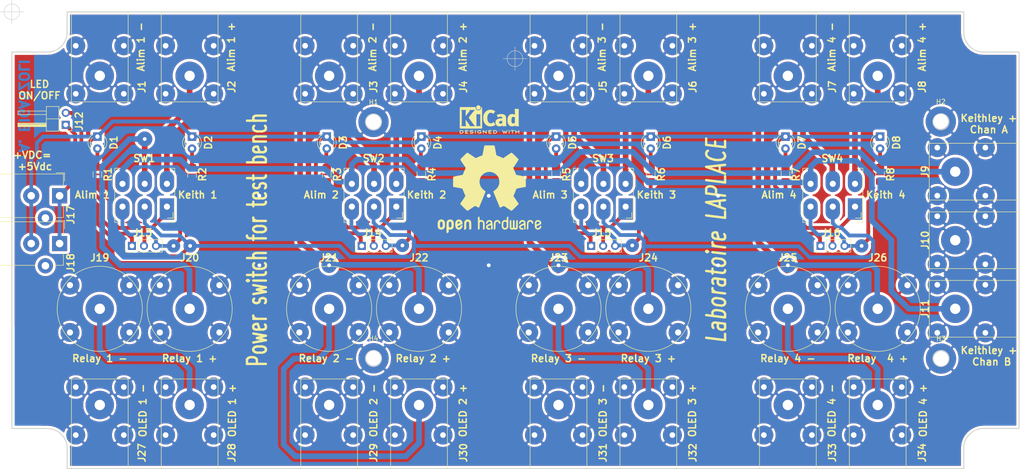
<source format=kicad_pcb>
(kicad_pcb (version 20171130) (host pcbnew "(5.1.6)-1")
  (title_block (title "Power switch for test bench") (date 2020-09-24) (rev 0.1.0) (company "Laboratoire LAPLACE") (comment 1 www.laplace.univ-tlse.fr) (comment 2 arnauld.biganzoli@gmail.com) (comment 3 "Arnauld Biganzoli") (comment 4 "Design by:"))
  (layers (0 F.Cu signal hide) (31 B.Cu signal hide) (34 B.Paste user hide) (35 F.Paste user hide) (36 B.SilkS user hide) (37 F.SilkS user) (38 B.Mask user hide) (39 F.Mask user) (44 Edge.Cuts user))
  (net 0 "")
  (net 1 "Net-(D1-Pad2)")
  (net 2 "Net-(D2-Pad2)")
  (net 3 "Net-(D3-Pad2)")
  (net 4 "Net-(D4-Pad2)")
  (net 5 "Net-(D5-Pad2)")
  (net 6 "Net-(D6-Pad2)")
  (net 7 "Net-(D7-Pad2)")
  (net 8 "Net-(D8-Pad2)")
  (net 9 Alim_V1)
  (net 10 RELAY_V1-)
  (net 11 RELAY_V1+)
  (net 12 Keithley_VA)
  (net 13 Alim_V2)
  (net 14 Alim_V3)
  (net 15 Keithley_VB)
  (net 16 Alim_V4)
  (net 17 RELAY_V2+)
  (net 18 RELAY_V3+)
  (net 19 RELAY_V4+)
  (net 20 RELAY_V2-)
  (net 21 RELAY_V3-)
  (net 22 RELAY_V4-)
  (net 23 GNDD)
  (net 24 GNDPWR)
  (net 25 +VDC)
  (net 26 +5VD)
  (net 27 "Net-(J13-Pad3)")
  (net 28 "Net-(J13-Pad2)")
  (net 29 "Net-(J14-Pad2)")
  (net 30 "Net-(J14-Pad3)")
  (net 31 "Net-(J15-Pad3)")
  (net 32 "Net-(J15-Pad2)")
  (net 33 "Net-(J16-Pad2)")
  (net 34 "Net-(J16-Pad3)")
  (net 35 "Net-(J17-Pad2)")
  (net 36 "Net-(J18-Pad2)")
  (module Symbol:KiCad-Logo2_5mm_SilkScreen (layer F.Cu) (at 138.3 60.45)
    (fp_text reference "" hide)
    (fp_text value KiCad-Logo2_5mm_SilkScreen hide)
  )
  (module ArnauldDev_Button_Switch_THT:SW_TME_1MD3T1B1M1QE_DPDT_Straight (layer F.Cu) (at 70.1 78.9 180)
    (fp_text reference SW1 (at 4.8 10.208 180) (layer F.SilkS) (effects (font (size 1.5 1.5) (thickness 0.3))))
    (fp_text value "Switch On-Off-On")
    (pad 6 thru_hole oval (at 9.4 4.83 180) (size 3 4.5) (drill 1.3 (offset 0 0.5)) (layers *.Cu *.Mask) (net 12 Keithley_VA))
    (pad 5 thru_hole oval (at 4.7 4.83 180) (size 3 4.5) (drill 1.3 (offset 0 0.5)) (layers *.Cu *.Mask) (net 11 RELAY_V1+))
    (pad 4 thru_hole oval (at 0 4.83 180) (size 3 4.5) (drill 1.3 (offset 0 0.5)) (layers *.Cu *.Mask) (net 9 Alim_V1))
    (pad 3 thru_hole oval (at 9.4 0 180) (size 3 4.5) (drill 1.3 (offset 0 -0.5)) (layers *.Cu *.Mask) (net 27 "Net-(J13-Pad3)"))
    (pad 2 thru_hole oval (at 4.7 0 180) (size 3 4.5) (drill 1.3 (offset 0 -0.5)) (layers *.Cu *.Mask) (net 26 +5VD))
    (pad 1 thru_hole rect (at 0 0 180) (size 3 4.5) (drill 1.3 (offset 0 -0.5)) (layers *.Cu *.Mask) (net 28 "Net-(J13-Pad2)"))
  )
  (module ArnauldDev_Connector_Banana:STAUBLI_66.9032-21_XELA-4_4mm_Vertical_Black (layer F.Cu) (at 201.4 100.5)
    (fp_text reference J25 (at 0 -10.8 180) (layer F.SilkS) (effects (font (size 1.5 1.5) (thickness 0.3))))
    (fp_text value Black)
    (pad 1 thru_hole circle (at 0 0) (size 6 6) (drill 2.2) (layers *.Cu *.Mask) (net 22 RELAY_V4-))
    (pad 2 thru_hole circle (at 6.3 5) (size 4 4) (drill 1.3) (layers *.Cu *.Mask) (net 24 GNDPWR))
    (pad 2 thru_hole circle (at 6.3 -5) (size 4 4) (drill 1.3) (layers *.Cu *.Mask) (net 24 GNDPWR))
    (pad 2 thru_hole circle (at -6.3 5) (size 4 4) (drill 1.3) (layers *.Cu *.Mask) (net 24 GNDPWR))
    (pad 2 thru_hole circle (at -6.3 -5) (size 4 4) (drill 1.3) (layers *.Cu *.Mask) (net 24 GNDPWR))
  )
  (module ArnauldDev_Connector_Banana:STAUBLI_66.9032-21_XELA-4_4mm_Vertical_Black (layer F.Cu) (at 152.9 100.5)
    (fp_text reference J23 (at 0 -10.8 180) (layer F.SilkS) (effects (font (size 1.5 1.5) (thickness 0.3))))
    (fp_text value Black)
    (pad 1 thru_hole circle (at 0 0) (size 6 6) (drill 2.2) (layers *.Cu *.Mask) (net 21 RELAY_V3-))
    (pad 2 thru_hole circle (at 6.3 5) (size 4 4) (drill 1.3) (layers *.Cu *.Mask) (net 24 GNDPWR))
    (pad 2 thru_hole circle (at 6.3 -5) (size 4 4) (drill 1.3) (layers *.Cu *.Mask) (net 24 GNDPWR))
    (pad 2 thru_hole circle (at -6.3 5) (size 4 4) (drill 1.3) (layers *.Cu *.Mask) (net 24 GNDPWR))
    (pad 2 thru_hole circle (at -6.3 -5) (size 4 4) (drill 1.3) (layers *.Cu *.Mask) (net 24 GNDPWR))
  )
  (module ArnauldDev_Connector_Banana:STAUBLI_66.9032-21_XELA-4_4mm_Vertical_Black (layer F.Cu) (at 104.4 100.5)
    (fp_text reference J21 (at 0 -10.8 180) (layer F.SilkS) (effects (font (size 1.5 1.5) (thickness 0.3))))
    (fp_text value Black)
    (pad 1 thru_hole circle (at 0 0) (size 6 6) (drill 2.2) (layers *.Cu *.Mask) (net 20 RELAY_V2-))
    (pad 2 thru_hole circle (at 6.3 5) (size 4 4) (drill 1.3) (layers *.Cu *.Mask) (net 24 GNDPWR))
    (pad 2 thru_hole circle (at 6.3 -5) (size 4 4) (drill 1.3) (layers *.Cu *.Mask) (net 24 GNDPWR))
    (pad 2 thru_hole circle (at -6.3 5) (size 4 4) (drill 1.3) (layers *.Cu *.Mask) (net 24 GNDPWR))
    (pad 2 thru_hole circle (at -6.3 -5) (size 4 4) (drill 1.3) (layers *.Cu *.Mask) (net 24 GNDPWR))
  )
  (module ArnauldDev_Connector_Banana:STAUBLI_66.9032-21_XELA-4_4mm_Vertical_Black (layer F.Cu) (at 55.9 100.5)
    (fp_text reference J19 (at 0 -10.8 180) (layer F.SilkS) (effects (font (size 1.5 1.5) (thickness 0.3))))
    (fp_text value Black)
    (pad 1 thru_hole circle (at 0 0) (size 6 6) (drill 2.2) (layers *.Cu *.Mask) (net 10 RELAY_V1-))
    (pad 2 thru_hole circle (at 6.3 5) (size 4 4) (drill 1.3) (layers *.Cu *.Mask) (net 24 GNDPWR))
    (pad 2 thru_hole circle (at 6.3 -5) (size 4 4) (drill 1.3) (layers *.Cu *.Mask) (net 24 GNDPWR))
    (pad 2 thru_hole circle (at -6.3 5) (size 4 4) (drill 1.3) (layers *.Cu *.Mask) (net 24 GNDPWR))
    (pad 2 thru_hole circle (at -6.3 -5) (size 4 4) (drill 1.3) (layers *.Cu *.Mask) (net 24 GNDPWR))
  )
  (module ArnauldDev_Connector_Banana:SCHUTZINGER_SWEB8094AU-SW_4mm_Horizontal_Black (layer F.Cu) (at 201.4 120.84 90)
    (fp_text reference J33 (at -10.098 9.4 90) (layer F.SilkS) (effects (font (size 1.5 1.5) (thickness 0.3))))
    (fp_text value Black)
    (pad 2 thru_hole circle (at -6.36 -5.08 90) (size 4 4) (drill 1.2) (layers *.Cu *.Mask) (net 24 GNDPWR))
    (pad 2 thru_hole circle (at -6.36 5.08 90) (size 4 4) (drill 1.2) (layers *.Cu *.Mask) (net 24 GNDPWR))
    (pad 2 thru_hole circle (at 3.8 -5.08 90) (size 4 4) (drill 1.2) (layers *.Cu *.Mask) (net 24 GNDPWR))
    (pad 2 thru_hole circle (at 3.8 5.08 90) (size 4 4) (drill 1.2) (layers *.Cu *.Mask) (net 24 GNDPWR))
    (pad 1 thru_hole circle (at 0 0 90) (size 6 6) (drill 2.2) (layers *.Cu *.Mask) (net 24 GNDPWR))
  )
  (module ArnauldDev_Connector_Banana:SCHUTZINGER_SWEB8094AU-SW_4mm_Horizontal_Black (layer F.Cu) (at 152.9 120.84 90)
    (fp_text reference J31 (at -10.098 9.4 90) (layer F.SilkS) (effects (font (size 1.5 1.5) (thickness 0.3))))
    (fp_text value Black)
    (pad 2 thru_hole circle (at -6.36 -5.08 90) (size 4 4) (drill 1.2) (layers *.Cu *.Mask) (net 24 GNDPWR))
    (pad 2 thru_hole circle (at -6.36 5.08 90) (size 4 4) (drill 1.2) (layers *.Cu *.Mask) (net 24 GNDPWR))
    (pad 2 thru_hole circle (at 3.8 -5.08 90) (size 4 4) (drill 1.2) (layers *.Cu *.Mask) (net 24 GNDPWR))
    (pad 2 thru_hole circle (at 3.8 5.08 90) (size 4 4) (drill 1.2) (layers *.Cu *.Mask) (net 24 GNDPWR))
    (pad 1 thru_hole circle (at 0 0 90) (size 6 6) (drill 2.2) (layers *.Cu *.Mask) (net 24 GNDPWR))
  )
  (module ArnauldDev_Connector_Banana:SCHUTZINGER_SWEB8094AU-SW_4mm_Horizontal_Black (layer F.Cu) (at 104.4 120.84 90)
    (fp_text reference J29 (at -10.098 9.4 90) (layer F.SilkS) (effects (font (size 1.5 1.5) (thickness 0.3))))
    (fp_text value Black)
    (pad 2 thru_hole circle (at -6.36 -5.08 90) (size 4 4) (drill 1.2) (layers *.Cu *.Mask) (net 24 GNDPWR))
    (pad 2 thru_hole circle (at -6.36 5.08 90) (size 4 4) (drill 1.2) (layers *.Cu *.Mask) (net 24 GNDPWR))
    (pad 2 thru_hole circle (at 3.8 -5.08 90) (size 4 4) (drill 1.2) (layers *.Cu *.Mask) (net 24 GNDPWR))
    (pad 2 thru_hole circle (at 3.8 5.08 90) (size 4 4) (drill 1.2) (layers *.Cu *.Mask) (net 24 GNDPWR))
    (pad 1 thru_hole circle (at 0 0 90) (size 6 6) (drill 2.2) (layers *.Cu *.Mask) (net 24 GNDPWR))
  )
  (module ArnauldDev_Connector_Banana:SCHUTZINGER_SWEB8094AU-SW_4mm_Horizontal_Black (layer F.Cu) (at 55.9 120.84 90)
    (fp_text reference J27 (at -10.098 8.9 90) (layer F.SilkS) (effects (font (size 1.5 1.5) (thickness 0.3))))
    (fp_text value Black)
    (pad 2 thru_hole circle (at -6.36 -5.08 90) (size 4 4) (drill 1.2) (layers *.Cu *.Mask) (net 24 GNDPWR))
    (pad 2 thru_hole circle (at -6.36 5.08 90) (size 4 4) (drill 1.2) (layers *.Cu *.Mask) (net 24 GNDPWR))
    (pad 2 thru_hole circle (at 3.8 -5.08 90) (size 4 4) (drill 1.2) (layers *.Cu *.Mask) (net 24 GNDPWR))
    (pad 2 thru_hole circle (at 3.8 5.08 90) (size 4 4) (drill 1.2) (layers *.Cu *.Mask) (net 24 GNDPWR))
    (pad 1 thru_hole circle (at 0 0 90) (size 6 6) (drill 2.2) (layers *.Cu *.Mask) (net 24 GNDPWR))
  )
  (module ArnauldDev_Connector_Banana:SCHUTZINGER_SWEB8094AU-SW_4mm_Horizontal_Black (layer F.Cu) (at 236.8 86 180)
    (fp_text reference J10 (at 6.384 0 90) (layer F.SilkS) (effects (font (size 1.5 1.5) (thickness 0.3))))
    (fp_text value Black)
    (pad 2 thru_hole circle (at -6.36 -5.08 180) (size 4 4) (drill 1.2) (layers *.Cu *.Mask) (net 24 GNDPWR))
    (pad 2 thru_hole circle (at -6.36 5.08 180) (size 4 4) (drill 1.2) (layers *.Cu *.Mask) (net 24 GNDPWR))
    (pad 2 thru_hole circle (at 3.8 -5.08 180) (size 4 4) (drill 1.2) (layers *.Cu *.Mask) (net 24 GNDPWR))
    (pad 2 thru_hole circle (at 3.8 5.08 180) (size 4 4) (drill 1.2) (layers *.Cu *.Mask) (net 24 GNDPWR))
    (pad 1 thru_hole circle (at 0 0 180) (size 6 6) (drill 2.2) (layers *.Cu *.Mask) (net 24 GNDPWR))
  )
  (module ArnauldDev_Connector_Banana:SCHUTZINGER_SWEB8094AU-SW_4mm_Horizontal_Black (layer F.Cu) (at 201.4 51.24 270)
    (fp_text reference J7 (at 2.32 -9.398 90) (layer F.SilkS) (effects (font (size 1.5 1.5) (thickness 0.3))))
    (fp_text value Black)
    (pad 2 thru_hole circle (at -6.36 -5.08 270) (size 4 4) (drill 1.2) (layers *.Cu *.Mask) (net 24 GNDPWR))
    (pad 2 thru_hole circle (at -6.36 5.08 270) (size 4 4) (drill 1.2) (layers *.Cu *.Mask) (net 24 GNDPWR))
    (pad 2 thru_hole circle (at 3.8 -5.08 270) (size 4 4) (drill 1.2) (layers *.Cu *.Mask) (net 24 GNDPWR))
    (pad 2 thru_hole circle (at 3.8 5.08 270) (size 4 4) (drill 1.2) (layers *.Cu *.Mask) (net 24 GNDPWR))
    (pad 1 thru_hole circle (at 0 0 270) (size 6 6) (drill 2.2) (layers *.Cu *.Mask) (net 24 GNDPWR))
  )
  (module ArnauldDev_Connector_Banana:SCHUTZINGER_SWEB8094AU-SW_4mm_Horizontal_Black (layer F.Cu) (at 152.9 51.24 270)
    (fp_text reference J5 (at 2.32 -9.398 90) (layer F.SilkS) (effects (font (size 1.5 1.5) (thickness 0.3))))
    (fp_text value Black)
    (pad 2 thru_hole circle (at -6.36 -5.08 270) (size 4 4) (drill 1.2) (layers *.Cu *.Mask) (net 24 GNDPWR))
    (pad 2 thru_hole circle (at -6.36 5.08 270) (size 4 4) (drill 1.2) (layers *.Cu *.Mask) (net 24 GNDPWR))
    (pad 2 thru_hole circle (at 3.8 -5.08 270) (size 4 4) (drill 1.2) (layers *.Cu *.Mask) (net 24 GNDPWR))
    (pad 2 thru_hole circle (at 3.8 5.08 270) (size 4 4) (drill 1.2) (layers *.Cu *.Mask) (net 24 GNDPWR))
    (pad 1 thru_hole circle (at 0 0 270) (size 6 6) (drill 2.2) (layers *.Cu *.Mask) (net 24 GNDPWR))
  )
  (module ArnauldDev_Connector_Banana:SCHUTZINGER_SWEB8094AU-SW_4mm_Horizontal_Black (layer F.Cu) (at 104.4 51.24 270)
    (fp_text reference J3 (at 2.32 -9.398 90) (layer F.SilkS) (effects (font (size 1.5 1.5) (thickness 0.3))))
    (fp_text value Black)
    (pad 2 thru_hole circle (at -6.36 -5.08 270) (size 4 4) (drill 1.2) (layers *.Cu *.Mask) (net 24 GNDPWR))
    (pad 2 thru_hole circle (at -6.36 5.08 270) (size 4 4) (drill 1.2) (layers *.Cu *.Mask) (net 24 GNDPWR))
    (pad 2 thru_hole circle (at 3.8 -5.08 270) (size 4 4) (drill 1.2) (layers *.Cu *.Mask) (net 24 GNDPWR))
    (pad 2 thru_hole circle (at 3.8 5.08 270) (size 4 4) (drill 1.2) (layers *.Cu *.Mask) (net 24 GNDPWR))
    (pad 1 thru_hole circle (at 0 0 270) (size 6 6) (drill 2.2) (layers *.Cu *.Mask) (net 24 GNDPWR))
  )
  (module ArnauldDev_Connector_Banana:SCHUTZINGER_SWEB8094AU-SW_4mm_Horizontal_Black (layer F.Cu) (at 55.9 51.24 270)
    (fp_text reference J1 (at 2.32 -8.89 270) (layer F.SilkS) (effects (font (size 1.5 1.5) (thickness 0.3))))
    (fp_text value Black)
    (pad 2 thru_hole circle (at -6.36 -5.08 270) (size 4 4) (drill 1.2) (layers *.Cu *.Mask) (net 24 GNDPWR))
    (pad 2 thru_hole circle (at -6.36 5.08 270) (size 4 4) (drill 1.2) (layers *.Cu *.Mask) (net 24 GNDPWR))
    (pad 2 thru_hole circle (at 3.8 -5.08 270) (size 4 4) (drill 1.2) (layers *.Cu *.Mask) (net 24 GNDPWR))
    (pad 2 thru_hole circle (at 3.8 5.08 270) (size 4 4) (drill 1.2) (layers *.Cu *.Mask) (net 24 GNDPWR))
    (pad 1 thru_hole circle (at 0 0 270) (size 6 6) (drill 2.2) (layers *.Cu *.Mask) (net 24 GNDPWR))
  )
  (module Symbol:OSHW-Logo2_24.3x20mm_SilkScreen (layer F.Cu) (at 138.3 75.2)
    (fp_text reference REF** hide)
    (fp_text value OSHW-Logo2_24.3x20mm_SilkScreen hide)
  )
  (module LED_THT:LED_D3.0mm (layer F.Cu) (at 55.4 64.085 270)
    (fp_text reference D1 (at 1.27 -3.46 90) (layer F.SilkS) (effects (font (size 1.5 1.5) (thickness 0.3))))
    (fp_text value Red)
    (pad 2 thru_hole circle (at 2.54 0 270) (size 1.8 1.8) (drill 0.9) (layers *.Cu *.Mask) (net 1 "Net-(D1-Pad2)"))
    (pad 1 thru_hole rect (at 0 0 270) (size 1.8 1.8) (drill 0.9) (layers *.Cu *.Mask) (net 23 GNDD))
  )
  (module LED_THT:LED_D3.0mm (layer F.Cu) (at 75.4 64.085 270)
    (fp_text reference D2 (at 1.27 -3.46 90) (layer F.SilkS) (effects (font (size 1.5 1.5) (thickness 0.3))))
    (fp_text value Green)
    (pad 2 thru_hole circle (at 2.54 0 270) (size 1.8 1.8) (drill 0.9) (layers *.Cu *.Mask) (net 2 "Net-(D2-Pad2)"))
    (pad 1 thru_hole rect (at 0 0 270) (size 1.8 1.8) (drill 0.9) (layers *.Cu *.Mask) (net 23 GNDD))
  )
  (module LED_THT:LED_D3.0mm (layer F.Cu) (at 103.9 64.085 270)
    (fp_text reference D3 (at 1.27 -3.46 90) (layer F.SilkS) (effects (font (size 1.5 1.5) (thickness 0.3))))
    (fp_text value Red)
    (pad 2 thru_hole circle (at 2.54 0 270) (size 1.8 1.8) (drill 0.9) (layers *.Cu *.Mask) (net 3 "Net-(D3-Pad2)"))
    (pad 1 thru_hole rect (at 0 0 270) (size 1.8 1.8) (drill 0.9) (layers *.Cu *.Mask) (net 23 GNDD))
  )
  (module LED_THT:LED_D3.0mm (layer F.Cu) (at 123.9 64.085 270)
    (fp_text reference D4 (at 1.27 -3.46 90) (layer F.SilkS) (effects (font (size 1.5 1.5) (thickness 0.3))))
    (fp_text value Green)
    (pad 2 thru_hole circle (at 2.54 0 270) (size 1.8 1.8) (drill 0.9) (layers *.Cu *.Mask) (net 4 "Net-(D4-Pad2)"))
    (pad 1 thru_hole rect (at 0 0 270) (size 1.8 1.8) (drill 0.9) (layers *.Cu *.Mask) (net 23 GNDD))
  )
  (module LED_THT:LED_D3.0mm (layer F.Cu) (at 152.4 64.085 270)
    (fp_text reference D5 (at 1.27 -3.46 90) (layer F.SilkS) (effects (font (size 1.5 1.5) (thickness 0.3))))
    (fp_text value Red)
    (pad 2 thru_hole circle (at 2.54 0 270) (size 1.8 1.8) (drill 0.9) (layers *.Cu *.Mask) (net 5 "Net-(D5-Pad2)"))
    (pad 1 thru_hole rect (at 0 0 270) (size 1.8 1.8) (drill 0.9) (layers *.Cu *.Mask) (net 23 GNDD))
  )
  (module LED_THT:LED_D3.0mm (layer F.Cu) (at 172.4 64.085 270)
    (fp_text reference D6 (at 1.27 -3.46 90) (layer F.SilkS) (effects (font (size 1.5 1.5) (thickness 0.3))))
    (fp_text value Green)
    (pad 2 thru_hole circle (at 2.54 0 270) (size 1.8 1.8) (drill 0.9) (layers *.Cu *.Mask) (net 6 "Net-(D6-Pad2)"))
    (pad 1 thru_hole rect (at 0 0 270) (size 1.8 1.8) (drill 0.9) (layers *.Cu *.Mask) (net 23 GNDD))
  )
  (module LED_THT:LED_D3.0mm (layer F.Cu) (at 200.9 64.085 270)
    (fp_text reference D7 (at 1.27 -3.46 90) (layer F.SilkS) (effects (font (size 1.5 1.5) (thickness 0.3))))
    (fp_text value Red)
    (pad 2 thru_hole circle (at 2.54 0 270) (size 1.8 1.8) (drill 0.9) (layers *.Cu *.Mask) (net 7 "Net-(D7-Pad2)"))
    (pad 1 thru_hole rect (at 0 0 270) (size 1.8 1.8) (drill 0.9) (layers *.Cu *.Mask) (net 23 GNDD))
  )
  (module LED_THT:LED_D3.0mm (layer F.Cu) (at 220.9 64.085 270)
    (fp_text reference D8 (at 1.27 -3.46 90) (layer F.SilkS) (effects (font (size 1.5 1.5) (thickness 0.3))))
    (fp_text value Green)
    (pad 2 thru_hole circle (at 2.54 0 270) (size 1.8 1.8) (drill 0.9) (layers *.Cu *.Mask) (net 8 "Net-(D8-Pad2)"))
    (pad 1 thru_hole rect (at 0 0 270) (size 1.8 1.8) (drill 0.9) (layers *.Cu *.Mask) (net 23 GNDD))
  )
  (module ArnauldDev_Button_Switch_THT:SW_TME_1MD3T1B1M1QE_DPDT_Straight (layer F.Cu) (at 118.6 78.9 180)
    (fp_text reference SW2 (at 4.8 10.208) (layer F.SilkS) (effects (font (size 1.5 1.5) (thickness 0.3))))
    (fp_text value "Switch On-Off-On")
    (pad 6 thru_hole oval (at 9.4 4.83 180) (size 3 4.5) (drill 1.3 (offset 0 0.5)) (layers *.Cu *.Mask) (net 12 Keithley_VA))
    (pad 5 thru_hole oval (at 4.7 4.83 180) (size 3 4.5) (drill 1.3 (offset 0 0.5)) (layers *.Cu *.Mask) (net 17 RELAY_V2+))
    (pad 4 thru_hole oval (at 0 4.83 180) (size 3 4.5) (drill 1.3 (offset 0 0.5)) (layers *.Cu *.Mask) (net 13 Alim_V2))
    (pad 3 thru_hole oval (at 9.4 0 180) (size 3 4.5) (drill 1.3 (offset 0 -0.5)) (layers *.Cu *.Mask) (net 30 "Net-(J14-Pad3)"))
    (pad 2 thru_hole oval (at 4.7 0 180) (size 3 4.5) (drill 1.3 (offset 0 -0.5)) (layers *.Cu *.Mask) (net 26 +5VD))
    (pad 1 thru_hole rect (at 0 0 180) (size 3 4.5) (drill 1.3 (offset 0 -0.5)) (layers *.Cu *.Mask) (net 29 "Net-(J14-Pad2)"))
  )
  (module ArnauldDev_Button_Switch_THT:SW_TME_1MD3T1B1M1QE_DPDT_Straight (layer F.Cu) (at 167.1 78.9 180)
    (fp_text reference SW3 (at 4.8 10.208) (layer F.SilkS) (effects (font (size 1.5 1.5) (thickness 0.3))))
    (fp_text value "Switch On-Off-On")
    (pad 6 thru_hole oval (at 9.4 4.83 180) (size 3 4.5) (drill 1.3 (offset 0 0.5)) (layers *.Cu *.Mask) (net 15 Keithley_VB))
    (pad 5 thru_hole oval (at 4.7 4.83 180) (size 3 4.5) (drill 1.3 (offset 0 0.5)) (layers *.Cu *.Mask) (net 18 RELAY_V3+))
    (pad 4 thru_hole oval (at 0 4.83 180) (size 3 4.5) (drill 1.3 (offset 0 0.5)) (layers *.Cu *.Mask) (net 14 Alim_V3))
    (pad 3 thru_hole oval (at 9.4 0 180) (size 3 4.5) (drill 1.3 (offset 0 -0.5)) (layers *.Cu *.Mask) (net 31 "Net-(J15-Pad3)"))
    (pad 2 thru_hole oval (at 4.7 0 180) (size 3 4.5) (drill 1.3 (offset 0 -0.5)) (layers *.Cu *.Mask) (net 26 +5VD))
    (pad 1 thru_hole rect (at 0 0 180) (size 3 4.5) (drill 1.3 (offset 0 -0.5)) (layers *.Cu *.Mask) (net 32 "Net-(J15-Pad2)"))
  )
  (module ArnauldDev_Button_Switch_THT:SW_TME_1MD3T1B1M1QE_DPDT_Straight (layer F.Cu) (at 215.6 78.9 180)
    (fp_text reference SW4 (at 4.8 10.208) (layer F.SilkS) (effects (font (size 1.5 1.5) (thickness 0.3))))
    (fp_text value "Switch On-Off-On")
    (pad 6 thru_hole oval (at 9.4 4.83 180) (size 3 4.5) (drill 1.3 (offset 0 0.5)) (layers *.Cu *.Mask) (net 15 Keithley_VB))
    (pad 5 thru_hole oval (at 4.7 4.83 180) (size 3 4.5) (drill 1.3 (offset 0 0.5)) (layers *.Cu *.Mask) (net 19 RELAY_V4+))
    (pad 4 thru_hole oval (at 0 4.83 180) (size 3 4.5) (drill 1.3 (offset 0 0.5)) (layers *.Cu *.Mask) (net 16 Alim_V4))
    (pad 3 thru_hole oval (at 9.4 0 180) (size 3 4.5) (drill 1.3 (offset 0 -0.5)) (layers *.Cu *.Mask) (net 34 "Net-(J16-Pad3)"))
    (pad 2 thru_hole oval (at 4.7 0 180) (size 3 4.5) (drill 1.3 (offset 0 -0.5)) (layers *.Cu *.Mask) (net 26 +5VD))
    (pad 1 thru_hole rect (at 0 0 180) (size 3 4.5) (drill 1.3 (offset 0 -0.5)) (layers *.Cu *.Mask) (net 33 "Net-(J16-Pad2)"))
  )
  (module MountingHole:MountingHole_3.2mm_M3_Pad (layer F.Cu) (at 113.78 60.99)
    (fp_text reference H1 (at 0 -4.2) (layer F.SilkS))
    (fp_text value MountingHole_Pad hide)
    (pad 1 thru_hole circle (at 0 0) (size 6.4 6.4) (drill 3.2) (layers *.Cu *.Mask) (net 24 GNDPWR))
  )
  (module MountingHole:MountingHole_3.2mm_M3_Pad (layer F.Cu) (at 233.75 60.91)
    (fp_text reference H2 (at 0 -4.2) (layer F.SilkS))
    (fp_text value MountingHole_Pad)
    (pad 1 thru_hole circle (at 0 0) (size 6.4 6.4) (drill 3.2) (layers *.Cu *.Mask) (net 24 GNDPWR))
  )
  (module MountingHole:MountingHole_3.2mm_M3_Pad (layer F.Cu) (at 233.79 111.02)
    (fp_text reference H3 (at 0 -4.2) (layer F.SilkS))
    (fp_text value MountingHole_Pad)
    (pad 1 thru_hole circle (at 0 0) (size 6.4 6.4) (drill 3.2) (layers *.Cu *.Mask) (net 24 GNDPWR))
  )
  (module MountingHole:MountingHole_3.2mm_M3_Pad (layer F.Cu) (at 113.79 110.96)
    (fp_text reference H4 (at 0 -4.2) (layer F.SilkS))
    (fp_text value MountingHole_Pad hide)
    (pad 1 thru_hole circle (at 0 0) (size 6.4 6.4) (drill 3.2) (layers *.Cu *.Mask) (net 24 GNDPWR))
  )
  (module ArnauldDev_Connector_BarrelJack:BarrelJack_FC681465P_Pin3_Horizontal (layer F.Cu) (at 47.4 76.6 270)
    (fp_text reference J17 (at 4.026 -2.346 90) (layer F.SilkS) (effects (font (size 1.5 1.5) (thickness 0.3))))
    (fp_text value "Jack 2.1mm")
    (pad 2 thru_hole circle (at 4.7 3 270) (size 3.2 3.2) (drill 1.6) (layers *.Cu *.Mask) (net 35 "Net-(J17-Pad2)"))
    (pad 3 thru_hole circle (at 0 6 270) (size 3.4 3.4) (drill 1.6) (layers *.Cu *.Mask) (net 23 GNDD))
    (pad 1 thru_hole rect (at 0 0 270) (size 3.2 3.2) (drill 1.6) (layers *.Cu *.Mask) (net 25 +VDC))
  )
  (module ArnauldDev_Connector_BarrelJack:BarrelJack_FC681465P_Pin3_Horizontal (layer F.Cu) (at 47.4 86.7 270)
    (fp_text reference J18 (at 4.086 -2.346 90) (layer F.SilkS) (effects (font (size 1.5 1.5) (thickness 0.3))))
    (fp_text value "Jack 2.1mm")
    (pad 2 thru_hole circle (at 4.7 3 270) (size 3.2 3.2) (drill 1.6) (layers *.Cu *.Mask) (net 36 "Net-(J18-Pad2)"))
    (pad 3 thru_hole circle (at 0 6 270) (size 3.4 3.4) (drill 1.6) (layers *.Cu *.Mask) (net 23 GNDD))
    (pad 1 thru_hole rect (at 0 0 270) (size 3.2 3.2) (drill 1.6) (layers *.Cu *.Mask) (net 25 +VDC))
  )
  (module Connector_PinHeader_2.54mm:PinHeader_1x02_P2.54mm_Horizontal (layer F.Cu) (at 48.7 61.6 180)
    (fp_text reference J12 (at -2.824 0.786 90) (layer F.SilkS) (effects (font (size 1.5 1.5) (thickness 0.3))))
    (fp_text value Conn_01x02)
    (pad 2 thru_hole oval (at 0 2.54 180) (size 1.7 1.7) (drill 1) (layers *.Cu *.Mask) (net 26 +5VD))
    (pad 1 thru_hole rect (at 0 0 180) (size 1.7 1.7) (drill 1) (layers *.Cu *.Mask) (net 25 +VDC))
  )
  (module Resistor_SMD:R_1206_3216Metric_Pad1.42x1.75mm_HandSolder (layer F.Cu) (at 55.4 72.085 270)
    (fp_text reference R1 (at 0 -2.22 90) (layer F.SilkS) (effects (font (size 1.5 1.5) (thickness 0.3))))
    (fp_text value 220)
    (pad 2 smd roundrect (at 1.4875 0 270) (size 1.425 1.75) (layers F.Cu F.Paste F.Mask) (roundrect_rratio 0.175439) (net 28 "Net-(J13-Pad2)"))
    (pad 1 smd roundrect (at -1.4875 0 270) (size 1.425 1.75) (layers F.Cu F.Paste F.Mask) (roundrect_rratio 0.175439) (net 1 "Net-(D1-Pad2)"))
  )
  (module Resistor_SMD:R_1206_3216Metric_Pad1.42x1.75mm_HandSolder (layer F.Cu) (at 75.4 72.085 270)
    (fp_text reference R2 (at 0 -2.22 90) (layer F.SilkS) (effects (font (size 1.5 1.5) (thickness 0.3))))
    (fp_text value 220)
    (pad 2 smd roundrect (at 1.4875 0 270) (size 1.425 1.75) (layers F.Cu F.Paste F.Mask) (roundrect_rratio 0.175439) (net 27 "Net-(J13-Pad3)"))
    (pad 1 smd roundrect (at -1.4875 0 270) (size 1.425 1.75) (layers F.Cu F.Paste F.Mask) (roundrect_rratio 0.175439) (net 2 "Net-(D2-Pad2)"))
  )
  (module Resistor_SMD:R_1206_3216Metric_Pad1.42x1.75mm_HandSolder (layer F.Cu) (at 103.9 72.085 270)
    (fp_text reference R3 (at 0 -2.22 90) (layer F.SilkS) (effects (font (size 1.5 1.5) (thickness 0.3))))
    (fp_text value 220)
    (pad 2 smd roundrect (at 1.4875 0 270) (size 1.425 1.75) (layers F.Cu F.Paste F.Mask) (roundrect_rratio 0.175439) (net 29 "Net-(J14-Pad2)"))
    (pad 1 smd roundrect (at -1.4875 0 270) (size 1.425 1.75) (layers F.Cu F.Paste F.Mask) (roundrect_rratio 0.175439) (net 3 "Net-(D3-Pad2)"))
  )
  (module Resistor_SMD:R_1206_3216Metric_Pad1.42x1.75mm_HandSolder (layer F.Cu) (at 123.9 72.085 270)
    (fp_text reference R4 (at 0 -2.22 90) (layer F.SilkS) (effects (font (size 1.5 1.5) (thickness 0.3))))
    (fp_text value 220)
    (pad 2 smd roundrect (at 1.4875 0 270) (size 1.425 1.75) (layers F.Cu F.Paste F.Mask) (roundrect_rratio 0.175439) (net 30 "Net-(J14-Pad3)"))
    (pad 1 smd roundrect (at -1.4875 0 270) (size 1.425 1.75) (layers F.Cu F.Paste F.Mask) (roundrect_rratio 0.175439) (net 4 "Net-(D4-Pad2)"))
  )
  (module Resistor_SMD:R_1206_3216Metric_Pad1.42x1.75mm_HandSolder (layer F.Cu) (at 152.4 72.085 270)
    (fp_text reference R5 (at 0 -2.22 90) (layer F.SilkS) (effects (font (size 1.5 1.5) (thickness 0.3))))
    (fp_text value 220)
    (pad 2 smd roundrect (at 1.4875 0 270) (size 1.425 1.75) (layers F.Cu F.Paste F.Mask) (roundrect_rratio 0.175439) (net 32 "Net-(J15-Pad2)"))
    (pad 1 smd roundrect (at -1.4875 0 270) (size 1.425 1.75) (layers F.Cu F.Paste F.Mask) (roundrect_rratio 0.175439) (net 5 "Net-(D5-Pad2)"))
  )
  (module Resistor_SMD:R_1206_3216Metric_Pad1.42x1.75mm_HandSolder (layer F.Cu) (at 172.4 72.085 270)
    (fp_text reference R6 (at 0 -2.22 90) (layer F.SilkS) (effects (font (size 1.5 1.5) (thickness 0.3))))
    (fp_text value 220)
    (pad 2 smd roundrect (at 1.4875 0 270) (size 1.425 1.75) (layers F.Cu F.Paste F.Mask) (roundrect_rratio 0.175439) (net 31 "Net-(J15-Pad3)"))
    (pad 1 smd roundrect (at -1.4875 0 270) (size 1.425 1.75) (layers F.Cu F.Paste F.Mask) (roundrect_rratio 0.175439) (net 6 "Net-(D6-Pad2)"))
  )
  (module Resistor_SMD:R_1206_3216Metric_Pad1.42x1.75mm_HandSolder (layer F.Cu) (at 200.9 72.085 270)
    (fp_text reference R7 (at 0 -2.22 90) (layer F.SilkS) (effects (font (size 1.5 1.5) (thickness 0.3))))
    (fp_text value 220)
    (pad 2 smd roundrect (at 1.4875 0 270) (size 1.425 1.75) (layers F.Cu F.Paste F.Mask) (roundrect_rratio 0.175439) (net 33 "Net-(J16-Pad2)"))
    (pad 1 smd roundrect (at -1.4875 0 270) (size 1.425 1.75) (layers F.Cu F.Paste F.Mask) (roundrect_rratio 0.175439) (net 7 "Net-(D7-Pad2)"))
  )
  (module Resistor_SMD:R_1206_3216Metric_Pad1.42x1.75mm_HandSolder (layer F.Cu) (at 220.9 72.085 270)
    (fp_text reference R8 (at 0 -2.22 90) (layer F.SilkS) (effects (font (size 1.5 1.5) (thickness 0.3))))
    (fp_text value 220)
    (pad 2 smd roundrect (at 1.4875 0 270) (size 1.425 1.75) (layers F.Cu F.Paste F.Mask) (roundrect_rratio 0.175439) (net 34 "Net-(J16-Pad3)"))
    (pad 1 smd roundrect (at -1.4875 0 270) (size 1.425 1.75) (layers F.Cu F.Paste F.Mask) (roundrect_rratio 0.175439) (net 8 "Net-(D8-Pad2)"))
  )
  (module ArnauldDev_Connector_Banana:SCHUTZINGER_SWEB8094AU-RT_4mm_Horizontal_Red (layer F.Cu) (at 74.9 51.24 270)
    (fp_text reference J2 (at 2.32 -8.89 90) (layer F.SilkS) (effects (font (size 1.5 1.5) (thickness 0.3))))
    (fp_text value Red)
    (pad 2 thru_hole circle (at -6.36 -5.08 270) (size 4 4) (drill 1.2) (layers *.Cu *.Mask) (net 24 GNDPWR))
    (pad 2 thru_hole circle (at -6.36 5.08 270) (size 4 4) (drill 1.2) (layers *.Cu *.Mask) (net 24 GNDPWR))
    (pad 2 thru_hole circle (at 3.8 -5.08 270) (size 4 4) (drill 1.2) (layers *.Cu *.Mask) (net 24 GNDPWR))
    (pad 2 thru_hole circle (at 3.8 5.08 270) (size 4 4) (drill 1.2) (layers *.Cu *.Mask) (net 24 GNDPWR))
    (pad 1 thru_hole circle (at 0 0 270) (size 6 6) (drill 2.2) (layers *.Cu *.Mask) (net 9 Alim_V1))
  )
  (module ArnauldDev_Connector_Banana:SCHUTZINGER_SWEB8094AU-RT_4mm_Horizontal_Red (layer F.Cu) (at 123.4 51.24 270)
    (fp_text reference J4 (at 2.32 -9.398 90) (layer F.SilkS) (effects (font (size 1.5 1.5) (thickness 0.3))))
    (fp_text value Red)
    (pad 2 thru_hole circle (at -6.36 -5.08 270) (size 4 4) (drill 1.2) (layers *.Cu *.Mask) (net 24 GNDPWR))
    (pad 2 thru_hole circle (at -6.36 5.08 270) (size 4 4) (drill 1.2) (layers *.Cu *.Mask) (net 24 GNDPWR))
    (pad 2 thru_hole circle (at 3.8 -5.08 270) (size 4 4) (drill 1.2) (layers *.Cu *.Mask) (net 24 GNDPWR))
    (pad 2 thru_hole circle (at 3.8 5.08 270) (size 4 4) (drill 1.2) (layers *.Cu *.Mask) (net 24 GNDPWR))
    (pad 1 thru_hole circle (at 0 0 270) (size 6 6) (drill 2.2) (layers *.Cu *.Mask) (net 13 Alim_V2))
  )
  (module ArnauldDev_Connector_Banana:SCHUTZINGER_SWEB8094AU-RT_4mm_Horizontal_Red (layer F.Cu) (at 171.9 51.24 270)
    (fp_text reference J6 (at 2.32 -9.398 90) (layer F.SilkS) (effects (font (size 1.5 1.5) (thickness 0.3))))
    (fp_text value Red)
    (pad 2 thru_hole circle (at -6.36 -5.08 270) (size 4 4) (drill 1.2) (layers *.Cu *.Mask) (net 24 GNDPWR))
    (pad 2 thru_hole circle (at -6.36 5.08 270) (size 4 4) (drill 1.2) (layers *.Cu *.Mask) (net 24 GNDPWR))
    (pad 2 thru_hole circle (at 3.8 -5.08 270) (size 4 4) (drill 1.2) (layers *.Cu *.Mask) (net 24 GNDPWR))
    (pad 2 thru_hole circle (at 3.8 5.08 270) (size 4 4) (drill 1.2) (layers *.Cu *.Mask) (net 24 GNDPWR))
    (pad 1 thru_hole circle (at 0 0 270) (size 6 6) (drill 2.2) (layers *.Cu *.Mask) (net 14 Alim_V3))
  )
  (module ArnauldDev_Connector_Banana:SCHUTZINGER_SWEB8094AU-RT_4mm_Horizontal_Red (layer F.Cu) (at 220.4 51.24 270)
    (fp_text reference J8 (at 2.32 -9.398 90) (layer F.SilkS) (effects (font (size 1.5 1.5) (thickness 0.3))))
    (fp_text value Red)
    (pad 2 thru_hole circle (at -6.36 -5.08 270) (size 4 4) (drill 1.2) (layers *.Cu *.Mask) (net 24 GNDPWR))
    (pad 2 thru_hole circle (at -6.36 5.08 270) (size 4 4) (drill 1.2) (layers *.Cu *.Mask) (net 24 GNDPWR))
    (pad 2 thru_hole circle (at 3.8 -5.08 270) (size 4 4) (drill 1.2) (layers *.Cu *.Mask) (net 24 GNDPWR))
    (pad 2 thru_hole circle (at 3.8 5.08 270) (size 4 4) (drill 1.2) (layers *.Cu *.Mask) (net 24 GNDPWR))
    (pad 1 thru_hole circle (at 0 0 270) (size 6 6) (drill 2.2) (layers *.Cu *.Mask) (net 16 Alim_V4))
  )
  (module ArnauldDev_Connector_Banana:SCHUTZINGER_SWEB8094AU-RT_4mm_Horizontal_Red (layer F.Cu) (at 236.8 71.5 180)
    (fp_text reference J9 (at 6.384 0 90) (layer F.SilkS) (effects (font (size 1.5 1.5) (thickness 0.3))))
    (fp_text value Red)
    (pad 2 thru_hole circle (at -6.36 -5.08 180) (size 4 4) (drill 1.2) (layers *.Cu *.Mask) (net 24 GNDPWR))
    (pad 2 thru_hole circle (at -6.36 5.08 180) (size 4 4) (drill 1.2) (layers *.Cu *.Mask) (net 24 GNDPWR))
    (pad 2 thru_hole circle (at 3.8 -5.08 180) (size 4 4) (drill 1.2) (layers *.Cu *.Mask) (net 24 GNDPWR))
    (pad 2 thru_hole circle (at 3.8 5.08 180) (size 4 4) (drill 1.2) (layers *.Cu *.Mask) (net 24 GNDPWR))
    (pad 1 thru_hole circle (at 0 0 180) (size 6 6) (drill 2.2) (layers *.Cu *.Mask) (net 12 Keithley_VA))
  )
  (module ArnauldDev_Connector_Banana:SCHUTZINGER_SWEB8094AU-RT_4mm_Horizontal_Red (layer F.Cu) (at 236.8 100.5 180)
    (fp_text reference J11 (at 6.384 0 90) (layer F.SilkS) (effects (font (size 1.5 1.5) (thickness 0.3))))
    (fp_text value Red)
    (pad 2 thru_hole circle (at -6.36 -5.08 180) (size 4 4) (drill 1.2) (layers *.Cu *.Mask) (net 24 GNDPWR))
    (pad 2 thru_hole circle (at -6.36 5.08 180) (size 4 4) (drill 1.2) (layers *.Cu *.Mask) (net 24 GNDPWR))
    (pad 2 thru_hole circle (at 3.8 -5.08 180) (size 4 4) (drill 1.2) (layers *.Cu *.Mask) (net 24 GNDPWR))
    (pad 2 thru_hole circle (at 3.8 5.08 180) (size 4 4) (drill 1.2) (layers *.Cu *.Mask) (net 24 GNDPWR))
    (pad 1 thru_hole circle (at 0 0 180) (size 6 6) (drill 2.2) (layers *.Cu *.Mask) (net 15 Keithley_VB))
  )
  (module ArnauldDev_Connector_Banana:STAUBLI_66.9032-22_XELA-4_4mm_Vertical_Red (layer F.Cu) (at 74.9 100.5)
    (fp_text reference J20 (at 0 -10.8 180) (layer F.SilkS) (effects (font (size 1.5 1.5) (thickness 0.3))))
    (fp_text value Red)
    (pad 1 thru_hole circle (at 0 0) (size 6 6) (drill 2.2) (layers *.Cu *.Mask) (net 11 RELAY_V1+))
    (pad 2 thru_hole circle (at 6.3 5) (size 4 4) (drill 1.3) (layers *.Cu *.Mask) (net 24 GNDPWR))
    (pad 2 thru_hole circle (at 6.3 -5) (size 4 4) (drill 1.3) (layers *.Cu *.Mask) (net 24 GNDPWR))
    (pad 2 thru_hole circle (at -6.3 5) (size 4 4) (drill 1.3) (layers *.Cu *.Mask) (net 24 GNDPWR))
    (pad 2 thru_hole circle (at -6.3 -5) (size 4 4) (drill 1.3) (layers *.Cu *.Mask) (net 24 GNDPWR))
  )
  (module ArnauldDev_Connector_Banana:STAUBLI_66.9032-22_XELA-4_4mm_Vertical_Red (layer F.Cu) (at 123.4 100.5)
    (fp_text reference J22 (at 0 -10.8 180) (layer F.SilkS) (effects (font (size 1.5 1.5) (thickness 0.3))))
    (fp_text value Red)
    (pad 1 thru_hole circle (at 0 0) (size 6 6) (drill 2.2) (layers *.Cu *.Mask) (net 17 RELAY_V2+))
    (pad 2 thru_hole circle (at 6.3 5) (size 4 4) (drill 1.3) (layers *.Cu *.Mask) (net 24 GNDPWR))
    (pad 2 thru_hole circle (at 6.3 -5) (size 4 4) (drill 1.3) (layers *.Cu *.Mask) (net 24 GNDPWR))
    (pad 2 thru_hole circle (at -6.3 5) (size 4 4) (drill 1.3) (layers *.Cu *.Mask) (net 24 GNDPWR))
    (pad 2 thru_hole circle (at -6.3 -5) (size 4 4) (drill 1.3) (layers *.Cu *.Mask) (net 24 GNDPWR))
  )
  (module ArnauldDev_Connector_Banana:STAUBLI_66.9032-22_XELA-4_4mm_Vertical_Red (layer F.Cu) (at 171.9 100.5)
    (fp_text reference J24 (at 0 -10.8 180) (layer F.SilkS) (effects (font (size 1.5 1.5) (thickness 0.3))))
    (fp_text value Red)
    (pad 1 thru_hole circle (at 0 0) (size 6 6) (drill 2.2) (layers *.Cu *.Mask) (net 18 RELAY_V3+))
    (pad 2 thru_hole circle (at 6.3 5) (size 4 4) (drill 1.3) (layers *.Cu *.Mask) (net 24 GNDPWR))
    (pad 2 thru_hole circle (at 6.3 -5) (size 4 4) (drill 1.3) (layers *.Cu *.Mask) (net 24 GNDPWR))
    (pad 2 thru_hole circle (at -6.3 5) (size 4 4) (drill 1.3) (layers *.Cu *.Mask) (net 24 GNDPWR))
    (pad 2 thru_hole circle (at -6.3 -5) (size 4 4) (drill 1.3) (layers *.Cu *.Mask) (net 24 GNDPWR))
  )
  (module ArnauldDev_Connector_Banana:STAUBLI_66.9032-22_XELA-4_4mm_Vertical_Red (layer F.Cu) (at 220.4 100.5)
    (fp_text reference J26 (at 0 -10.8 180) (layer F.SilkS) (effects (font (size 1.5 1.5) (thickness 0.3))))
    (fp_text value Red)
    (pad 1 thru_hole circle (at 0 0) (size 6 6) (drill 2.2) (layers *.Cu *.Mask) (net 19 RELAY_V4+))
    (pad 2 thru_hole circle (at 6.3 5) (size 4 4) (drill 1.3) (layers *.Cu *.Mask) (net 24 GNDPWR))
    (pad 2 thru_hole circle (at 6.3 -5) (size 4 4) (drill 1.3) (layers *.Cu *.Mask) (net 24 GNDPWR))
    (pad 2 thru_hole circle (at -6.3 5) (size 4 4) (drill 1.3) (layers *.Cu *.Mask) (net 24 GNDPWR))
    (pad 2 thru_hole circle (at -6.3 -5) (size 4 4) (drill 1.3) (layers *.Cu *.Mask) (net 24 GNDPWR))
  )
  (module ArnauldDev_Connector_Banana:SCHUTZINGER_SWEB8094AU-RT_4mm_Horizontal_Red (layer F.Cu) (at 74.9 120.84 90)
    (fp_text reference J28 (at -10.098 8.9 90) (layer F.SilkS) (effects (font (size 1.5 1.5) (thickness 0.3))))
    (fp_text value Red)
    (pad 2 thru_hole circle (at -6.36 -5.08 90) (size 4 4) (drill 1.2) (layers *.Cu *.Mask) (net 24 GNDPWR))
    (pad 2 thru_hole circle (at -6.36 5.08 90) (size 4 4) (drill 1.2) (layers *.Cu *.Mask) (net 24 GNDPWR))
    (pad 2 thru_hole circle (at 3.8 -5.08 90) (size 4 4) (drill 1.2) (layers *.Cu *.Mask) (net 24 GNDPWR))
    (pad 2 thru_hole circle (at 3.8 5.08 90) (size 4 4) (drill 1.2) (layers *.Cu *.Mask) (net 24 GNDPWR))
    (pad 1 thru_hole circle (at 0 0 90) (size 6 6) (drill 2.2) (layers *.Cu *.Mask) (net 10 RELAY_V1-))
  )
  (module ArnauldDev_Connector_Banana:SCHUTZINGER_SWEB8094AU-RT_4mm_Horizontal_Red (layer F.Cu) (at 123.4 120.84 90)
    (fp_text reference J30 (at -10.098 9.4 90) (layer F.SilkS) (effects (font (size 1.5 1.5) (thickness 0.3))))
    (fp_text value Red)
    (pad 2 thru_hole circle (at -6.36 -5.08 90) (size 4 4) (drill 1.2) (layers *.Cu *.Mask) (net 24 GNDPWR))
    (pad 2 thru_hole circle (at -6.36 5.08 90) (size 4 4) (drill 1.2) (layers *.Cu *.Mask) (net 24 GNDPWR))
    (pad 2 thru_hole circle (at 3.8 -5.08 90) (size 4 4) (drill 1.2) (layers *.Cu *.Mask) (net 24 GNDPWR))
    (pad 2 thru_hole circle (at 3.8 5.08 90) (size 4 4) (drill 1.2) (layers *.Cu *.Mask) (net 24 GNDPWR))
    (pad 1 thru_hole circle (at 0 0 90) (size 6 6) (drill 2.2) (layers *.Cu *.Mask) (net 20 RELAY_V2-))
  )
  (module ArnauldDev_Connector_Banana:SCHUTZINGER_SWEB8094AU-RT_4mm_Horizontal_Red (layer F.Cu) (at 171.9 120.84 90)
    (fp_text reference J32 (at -10.098 9.4 90) (layer F.SilkS) (effects (font (size 1.5 1.5) (thickness 0.3))))
    (fp_text value Red)
    (pad 2 thru_hole circle (at -6.36 -5.08 90) (size 4 4) (drill 1.2) (layers *.Cu *.Mask) (net 24 GNDPWR))
    (pad 2 thru_hole circle (at -6.36 5.08 90) (size 4 4) (drill 1.2) (layers *.Cu *.Mask) (net 24 GNDPWR))
    (pad 2 thru_hole circle (at 3.8 -5.08 90) (size 4 4) (drill 1.2) (layers *.Cu *.Mask) (net 24 GNDPWR))
    (pad 2 thru_hole circle (at 3.8 5.08 90) (size 4 4) (drill 1.2) (layers *.Cu *.Mask) (net 24 GNDPWR))
    (pad 1 thru_hole circle (at 0 0 90) (size 6 6) (drill 2.2) (layers *.Cu *.Mask) (net 21 RELAY_V3-))
  )
  (module ArnauldDev_Connector_Banana:SCHUTZINGER_SWEB8094AU-RT_4mm_Horizontal_Red (layer F.Cu) (at 220.4 120.84 90)
    (fp_text reference J34 (at -10.098 9.4 90) (layer F.SilkS) (effects (font (size 1.5 1.5) (thickness 0.3))))
    (fp_text value Red)
    (pad 2 thru_hole circle (at -6.36 -5.08 90) (size 4 4) (drill 1.2) (layers *.Cu *.Mask) (net 24 GNDPWR))
    (pad 2 thru_hole circle (at -6.36 5.08 90) (size 4 4) (drill 1.2) (layers *.Cu *.Mask) (net 24 GNDPWR))
    (pad 2 thru_hole circle (at 3.8 -5.08 90) (size 4 4) (drill 1.2) (layers *.Cu *.Mask) (net 24 GNDPWR))
    (pad 2 thru_hole circle (at 3.8 5.08 90) (size 4 4) (drill 1.2) (layers *.Cu *.Mask) (net 24 GNDPWR))
    (pad 1 thru_hole circle (at 0 0 90) (size 6 6) (drill 2.2) (layers *.Cu *.Mask) (net 22 RELAY_V4-))
  )
  (module Connector_PinHeader_2.54mm:PinHeader_1x03_P2.54mm_Vertical (layer F.Cu) (at 62.7 87.2 90)
    (fp_text reference J13 (at 2.778 2.266 180) (layer F.SilkS) (effects (font (size 1.5 1.5) (thickness 0.3))))
    (fp_text value Conn_01x03)
    (pad 3 thru_hole oval (at 0 5.08 90) (size 1.7 1.7) (drill 1) (layers *.Cu *.Mask) (net 27 "Net-(J13-Pad3)"))
    (pad 2 thru_hole oval (at 0 2.54 90) (size 1.7 1.7) (drill 1) (layers *.Cu *.Mask) (net 28 "Net-(J13-Pad2)"))
    (pad 1 thru_hole rect (at 0 0 90) (size 1.7 1.7) (drill 1) (layers *.Cu *.Mask) (net 23 GNDD))
  )
  (module Connector_PinHeader_2.54mm:PinHeader_1x03_P2.54mm_Vertical (layer F.Cu) (at 111.3 87.2 90)
    (fp_text reference J14 (at 2.778 2.266 180) (layer F.SilkS) (effects (font (size 1.5 1.5) (thickness 0.3))))
    (fp_text value Conn_01x03)
    (pad 1 thru_hole rect (at 0 0 90) (size 1.7 1.7) (drill 1) (layers *.Cu *.Mask) (net 23 GNDD))
    (pad 2 thru_hole oval (at 0 2.54 90) (size 1.7 1.7) (drill 1) (layers *.Cu *.Mask) (net 29 "Net-(J14-Pad2)"))
    (pad 3 thru_hole oval (at 0 5.08 90) (size 1.7 1.7) (drill 1) (layers *.Cu *.Mask) (net 30 "Net-(J14-Pad3)"))
  )
  (module Connector_PinHeader_2.54mm:PinHeader_1x03_P2.54mm_Vertical (layer F.Cu) (at 159.8 87.2 90)
    (fp_text reference J15 (at 2.778 2.266) (layer F.SilkS) (effects (font (size 1.5 1.5) (thickness 0.3))))
    (fp_text value Conn_01x03)
    (pad 3 thru_hole oval (at 0 5.08 90) (size 1.7 1.7) (drill 1) (layers *.Cu *.Mask) (net 31 "Net-(J15-Pad3)"))
    (pad 2 thru_hole oval (at 0 2.54 90) (size 1.7 1.7) (drill 1) (layers *.Cu *.Mask) (net 32 "Net-(J15-Pad2)"))
    (pad 1 thru_hole rect (at 0 0 90) (size 1.7 1.7) (drill 1) (layers *.Cu *.Mask) (net 23 GNDD))
  )
  (module Connector_PinHeader_2.54mm:PinHeader_1x03_P2.54mm_Vertical (layer F.Cu) (at 208.3 87.2 90)
    (fp_text reference J16 (at 2.778 2.266) (layer F.SilkS) (effects (font (size 1.5 1.5) (thickness 0.3))))
    (fp_text value Conn_01x03)
    (pad 1 thru_hole rect (at 0 0 90) (size 1.7 1.7) (drill 1) (layers *.Cu *.Mask) (net 23 GNDD))
    (pad 2 thru_hole oval (at 0 2.54 90) (size 1.7 1.7) (drill 1) (layers *.Cu *.Mask) (net 33 "Net-(J16-Pad2)"))
    (pad 3 thru_hole oval (at 0 5.08 90) (size 1.7 1.7) (drill 1) (layers *.Cu *.Mask) (net 34 "Net-(J16-Pad3)"))
  )
  (gr_text "+VDC=\n +5Vdc" (at 41.618 69.196) (layer F.SilkS) (effects (font (size 1.5 1.5) (thickness 0.3))))
  (gr_text "LED\nON/OFF" (at 43.142 54.21) (layer F.SilkS) (effects (font (size 1.5 1.5) (thickness 0.3))))
  (gr_text "Relay 2 +\n" (at 124.3 111) (layer F.SilkS) (effects (font (size 1.5 1.5) (thickness 0.3))))
  (gr_text "Sep. 2020" (at 40.55 114.7 90) (layer F.Cu) (effects (font (size 2.5 2.5) (thickness 0.5))))
  (gr_text "A. BIGANZOLI" (at 39.84 57.56 270) (layer B.Cu) (effects (font (size 2 2) (thickness 0.5)) (justify mirror)))
  (gr_text "Laboratoire LAPLACE" (at 186.3 86.1 90) (layer F.SilkS) (effects (font (size 4 2.8) (thickness 0.5) italic)))
  (gr_text "Power switch for test bench" (at 89.2 85.9 90) (layer F.SilkS) (effects (font (size 4 2.5) (thickness 0.5))))
  (gr_text "Alim 1 -" (at 64.6 45.1 90) (layer F.SilkS) (effects (font (size 1.5 1.5) (thickness 0.3))))
  (gr_text "Alim 2 -" (at 113.6 45.1 90) (layer F.SilkS) (effects (font (size 1.5 1.5) (thickness 0.3))))
  (gr_text "Alim 3 -" (at 162.1 45.1 90) (layer F.SilkS) (effects (font (size 1.5 1.5) (thickness 0.3))))
  (gr_text "Alim 4 -" (at 210.7 45.1 90) (layer F.SilkS) (effects (font (size 1.5 1.5) (thickness 0.3))))
  (gr_text "OLED 4 -" (at 210.7 122 90) (layer F.SilkS) (effects (font (size 1.5 1.5) (thickness 0.3))))
  (gr_text "OLED 1 -" (at 65 122 90) (layer F.SilkS) (effects (font (size 1.5 1.5) (thickness 0.3))))
  (gr_text "OLED 2 -" (at 113.8 122 90) (layer F.SilkS) (effects (font (size 1.5 1.5) (thickness 0.3))))
  (gr_text "OLED 3 -" (at 162.3 122 90) (layer F.SilkS) (effects (font (size 1.5 1.5) (thickness 0.3))))
  (target plus (at 37.3 37.7) (size 5) (width 0.1) (layer Edge.Cuts))
  (target plus (at 143.7 47.6) (size 5) (width 0.1) (layer Edge.Cuts))
  (gr_line (start 238.6 41.99) (end 238.6 37.7) (layer Edge.Cuts) (width 0.2))
  (gr_line (start 242.827 125.7997) (end 250.3 125.7997) (layer Edge.Cuts) (width 0.2))
  (gr_line (start 37.3 46.198) (end 37.3 125.8168) (layer Edge.Cuts) (width 0.2))
  (gr_line (start 37.3 125.8168) (end 44.7508 125.816812) (layer Edge.Cuts) (width 0.2))
  (gr_arc (start 242.8 129.9996) (end 242.826557 125.799684) (angle -90.3623) (layer Edge.Cuts) (width 0.2))
  (gr_circle (center 233.782 111) (end 235.482 111) (layer Edge.Cuts) (width 0.2))
  (gr_circle (center 113.782 61) (end 115.482 61) (layer Edge.Cuts) (width 0.2))
  (gr_arc (start 44.8 42) (end 44.9103 46.198) (angle -88.44037217) (layer Edge.Cuts) (width 0.2))
  (gr_line (start 238.6 37.7) (end 49 37.7) (layer Edge.Cuts) (width 0.2))
  (gr_arc (start 44.802 130.0168) (end 49.0023 130.0168) (angle -90.69843024) (layer Edge.Cuts) (width 0.2))
  (gr_circle (center 233.782 60.945) (end 235.482 60.945) (layer Edge.Cuts) (width 0.2))
  (gr_line (start 238.6 134.2996) (end 238.6 129.9996) (layer Edge.Cuts) (width 0.2))
  (gr_circle (center 113.782 111) (end 115.482 111) (layer Edge.Cuts) (width 0.2))
  (gr_line (start 48.999447 42.003999) (end 49 37.7) (layer Edge.Cuts) (width 0.2))
  (gr_line (start 44.9103 46.198) (end 37.3 46.198) (layer Edge.Cuts) (width 0.2))
  (gr_line (start 238.6 134.2996) (end 49.0023 134.2996) (layer Edge.Cuts) (width 0.2))
  (gr_arc (start 242.8 42) (end 238.6 41.99) (angle -90.13641826) (layer Edge.Cuts) (width 0.2))
  (gr_line (start 242.8 46.200012) (end 250.3 46.2) (layer Edge.Cuts) (width 0.2))
  (gr_line (start 49.0023 134.2996) (end 49.0023 130.0168) (layer Edge.Cuts) (width 0.2))
  (gr_line (start 250.3 46.2) (end 250.3 125.7997) (layer Edge.Cuts) (width 0.2))
  (gr_text "Keithley + \nChan B" (at 244.5 110.5) (layer F.SilkS) (effects (font (size 1.5 1.5) (thickness 0.3))))
  (gr_text "Keithley +\nChan A" (at 243.9 61.4) (layer F.SilkS) (effects (font (size 1.5 1.5) (thickness 0.3))))
  (gr_text "Alim 4 +" (at 229.8 45.1 90) (layer F.SilkS) (effects (font (size 1.5 1.5) (thickness 0.3))))
  (gr_text "Alim 3 +" (at 181.2 45.1 90) (layer F.SilkS) (effects (font (size 1.5 1.5) (thickness 0.3))))
  (gr_text "Alim 2 +" (at 132.7 45.1 90) (layer F.SilkS) (effects (font (size 1.5 1.5) (thickness 0.3))))
  (gr_text "Alim 1 +" (at 83.7 45.1 90) (layer F.SilkS) (effects (font (size 1.5 1.5) (thickness 0.3))))
  (gr_text "Keith 4" (at 222.1 76.4) (layer F.SilkS) (effects (font (size 1.5 1.5) (thickness 0.3))))
  (gr_text "Keith 3" (at 173.6 76.4) (layer F.SilkS) (effects (font (size 1.5 1.5) (thickness 0.3))))
  (gr_text "Keith 2" (at 125 76.4) (layer F.SilkS) (effects (font (size 1.5 1.5) (thickness 0.3))))
  (gr_text "Keith 1" (at 76.6 76.4) (layer F.SilkS) (effects (font (size 1.5 1.5) (thickness 0.3))))
  (gr_text "Alim 1 " (at 54.9 76.4) (layer F.SilkS) (effects (font (size 1.5 1.5) (thickness 0.3))))
  (gr_text "Alim 4 " (at 200.1 76.4) (layer F.SilkS) (effects (font (size 1.5 1.5) (thickness 0.3))))
  (gr_text "Alim 3 " (at 151.7 76.4) (layer F.SilkS) (effects (font (size 1.5 1.5) (thickness 0.3))))
  (gr_text "Alim 2 " (at 103.3 76.4) (layer F.SilkS) (effects (font (size 1.5 1.5) (thickness 0.3))))
  (gr_text "OLED 4 +" (at 230 122 90) (layer F.SilkS) (effects (font (size 1.5 1.5) (thickness 0.3))))
  (gr_text "Relay 4 -" (at 201.4 111) (layer F.SilkS) (effects (font (size 1.5 1.5) (thickness 0.3))))
  (gr_text "Relay  4 +" (at 220.4 111) (layer F.SilkS) (effects (font (size 1.5 1.5) (thickness 0.3))))
  (gr_text "OLED 3 +" (at 181.2 122 90) (layer F.SilkS) (effects (font (size 1.5 1.5) (thickness 0.3))))
  (gr_text "Relay 3 -" (at 152.9 111) (layer F.SilkS) (effects (font (size 1.5 1.5) (thickness 0.3))))
  (gr_text "Relay 3 +" (at 171.9 111) (layer F.SilkS) (effects (font (size 1.5 1.5) (thickness 0.3))))
  (gr_text "OLED 2 +" (at 132.7 122 90) (layer F.SilkS) (effects (font (size 1.5 1.5) (thickness 0.3))))
  (gr_text "Relay 2 -" (at 103.8 111) (layer F.SilkS) (effects (font (size 1.5 1.5) (thickness 0.3))))
  (gr_text "OLED 1 +" (at 83.9 122 90) (layer F.SilkS) (effects (font (size 1.5 1.5) (thickness 0.3))))
  (gr_text "Relay 1 -" (at 55.9 111) (layer F.SilkS) (effects (font (size 1.5 1.5) (thickness 0.3))))
  (gr_text "Relay 1 +" (at 74.9 111) (layer F.SilkS) (effects (font (size 1.5 1.5) (thickness 0.3))))
  (segment (start 55.4 70.6975) (end 55.4 66.54) (width 0.8) (layer F.Cu) (net 1))
  (segment (start 75.4 70.6975) (end 75.4 66.784) (width 0.8) (layer F.Cu) (net 2))
  (segment (start 103.8 70.5975) (end 103.8 66.44) (width 0.8) (layer F.Cu) (net 3))
  (segment (start 123.8 70.5975) (end 123.8 66.684) (width 0.8) (layer F.Cu) (net 4))
  (segment (start 152.4 66.44) (end 152.362 66.478) (width 0.8) (layer F.Cu) (net 5))
  (segment (start 152.4 70.5975) (end 152.4 66.44) (width 0.8) (layer F.Cu) (net 5))
  (segment (start 172.4 70.5975) (end 172.4 66.684) (width 0.8) (layer F.Cu) (net 6))
  (segment (start 200.9 70.6975) (end 200.9 66.54) (width 0.8) (layer F.Cu) (net 7))
  (segment (start 220.9 70.6975) (end 220.9 66.784) (width 0.8) (layer F.Cu) (net 8))
  (segment (start 74.9 51.34) (end 74.9 57.886) (width 1.2) (layer F.Cu) (net 9))
  (segment (start 70.094 62.692) (end 70.094 74.376) (width 1.2) (layer F.Cu) (net 9))
  (segment (start 74.9 57.886) (end 70.094 62.692) (width 1.2) (layer F.Cu) (net 9))
  (segment (start 74.9 120.84) (end 74.9 113.3) (width 1.2) (layer B.Cu) (net 10))
  (segment (start 74.9 113.3) (end 72.6 111) (width 1.2) (layer B.Cu) (net 10))
  (segment (start 72.6 111) (end 57.7 111) (width 1.2) (layer B.Cu) (net 10))
  (segment (start 55.9 109.2) (end 55.9 100.5) (width 1.2) (layer B.Cu) (net 10))
  (segment (start 57.7 111) (end 55.9 109.2) (width 1.2) (layer B.Cu) (net 10))
  (segment (start 65.4 74.07) (end 65.4 64.6) (width 1.2) (layer F.Cu) (net 11))
  (via (at 65.4 64.6) (size 3.2) (drill 0.8) (layers F.Cu B.Cu) (net 11))
  (segment (start 74.9 92.4) (end 74.9 100.5) (width 1.2) (layer B.Cu) (net 11))
  (segment (start 62.2 64.6) (end 56.4 70.4) (width 1.2) (layer B.Cu) (net 11))
  (segment (start 73.8 91.3) (end 74.9 92.4) (width 1.2) (layer B.Cu) (net 11))
  (segment (start 65.4 64.6) (end 62.2 64.6) (width 1.2) (layer B.Cu) (net 11))
  (segment (start 56.4 70.4) (end 56.4 87.4) (width 1.2) (layer B.Cu) (net 11))
  (segment (start 60.3 91.3) (end 73.8 91.3) (width 1.2) (layer B.Cu) (net 11))
  (segment (start 56.4 87.4) (end 60.3 91.3) (width 1.2) (layer B.Cu) (net 11))
  (segment (start 60.7 71) (end 60.7 74.07) (width 1.2) (layer B.Cu) (net 12))
  (segment (start 72.942 68.942) (end 62.758 68.942) (width 1.2) (layer B.Cu) (net 12))
  (segment (start 74.9 70.9) (end 72.942 68.942) (width 1.2) (layer B.Cu) (net 12))
  (segment (start 62.758 68.942) (end 60.7 71) (width 1.2) (layer B.Cu) (net 12))
  (segment (start 109.2 74.07) (end 108.27 74.07) (width 1.2) (layer B.Cu) (net 12))
  (segment (start 108.27 74.07) (end 107.8 73.6) (width 1.2) (layer B.Cu) (net 12))
  (segment (start 106.2 73.6) (end 103.5 70.9) (width 1.2) (layer B.Cu) (net 12))
  (segment (start 107.8 73.6) (end 106.2 73.6) (width 1.2) (layer B.Cu) (net 12))
  (segment (start 103.5 70.9) (end 74.9 70.9) (width 1.2) (layer B.Cu) (net 12))
  (segment (start 109.182 69.958) (end 109.182 74.022) (width 1.2) (layer B.Cu) (net 12))
  (segment (start 110.198 68.942) (end 109.182 69.958) (width 1.2) (layer B.Cu) (net 12))
  (segment (start 123.5 71.8) (end 120.642 68.942) (width 1.2) (layer B.Cu) (net 12))
  (segment (start 153 71.8) (end 123.5 71.8) (width 1.2) (layer B.Cu) (net 12))
  (segment (start 216.601989 67.39599) (end 206.604009 67.395991) (width 1.2) (layer B.Cu) (net 12))
  (segment (start 120.642 68.942) (end 110.198 68.942) (width 1.2) (layer B.Cu) (net 12))
  (segment (start 236.8 71.5) (end 220.705999 71.5) (width 1.2) (layer B.Cu) (net 12))
  (segment (start 206.604009 67.395991) (end 202.2 71.8) (width 1.2) (layer B.Cu) (net 12))
  (segment (start 202.2 71.8) (end 173.109018 71.8) (width 1.2) (layer B.Cu) (net 12))
  (segment (start 173.109018 71.8) (end 168.609009 67.299991) (width 1.2) (layer B.Cu) (net 12))
  (segment (start 168.609009 67.299991) (end 157.500009 67.299991) (width 1.2) (layer B.Cu) (net 12))
  (segment (start 220.705999 71.5) (end 216.601989 67.39599) (width 1.2) (layer B.Cu) (net 12))
  (segment (start 157.500009 67.299991) (end 153 71.8) (width 1.2) (layer B.Cu) (net 12))
  (segment (start 123.4 51.14) (end 123.4 57.686) (width 1.2) (layer F.Cu) (net 13))
  (segment (start 118.594 62.492) (end 118.594 74.176) (width 1.2) (layer F.Cu) (net 13))
  (segment (start 123.4 57.686) (end 118.594 62.492) (width 1.2) (layer F.Cu) (net 13))
  (segment (start 171.9 51.24) (end 171.9 57.786) (width 1.2) (layer F.Cu) (net 14))
  (segment (start 171.9 57.786) (end 167.094 62.592) (width 1.2) (layer F.Cu) (net 14))
  (segment (start 167.094 62.592) (end 167.094 74.276) (width 1.2) (layer F.Cu) (net 14))
  (segment (start 206.21 70.466) (end 206.21 74.276) (width 1.2) (layer B.Cu) (net 15))
  (segment (start 219.164 72.565641) (end 218.843947 72.245588) (width 1.2) (layer B.Cu) (net 15))
  (segment (start 207.48 69.196) (end 206.21 70.466) (width 1.2) (layer B.Cu) (net 15))
  (segment (start 218.843947 72.245588) (end 218.843947 72.183546) (width 1.2) (layer B.Cu) (net 15))
  (segment (start 218.843947 72.183546) (end 215.856401 69.196) (width 1.2) (layer B.Cu) (net 15))
  (segment (start 215.856401 69.196) (end 207.48 69.196) (width 1.2) (layer B.Cu) (net 15))
  (segment (start 236.8 100.5) (end 226.963998 100.5) (width 1.2) (layer B.Cu) (net 15))
  (segment (start 206.150989 70.525012) (end 206.21 70.466) (width 1.2) (layer B.Cu) (net 15))
  (segment (start 157.7 74.07) (end 157.7 70.462) (width 1.2) (layer B.Cu) (net 15))
  (segment (start 157.7 70.462) (end 158.966 69.196) (width 1.2) (layer B.Cu) (net 15))
  (segment (start 223.286999 86.018999) (end 219.164 81.896) (width 1.2) (layer B.Cu) (net 15))
  (segment (start 223.286999 96.823001) (end 223.286999 86.018999) (width 1.2) (layer B.Cu) (net 15))
  (segment (start 226.963998 100.5) (end 223.286999 96.823001) (width 1.2) (layer B.Cu) (net 15))
  (segment (start 219.164 81.896) (end 219.164 72.565641) (width 1.2) (layer B.Cu) (net 15))
  (segment (start 167.29439 69.196) (end 167.29839 69.2) (width 1.2) (layer B.Cu) (net 15))
  (segment (start 158.966 69.196) (end 167.29439 69.196) (width 1.2) (layer B.Cu) (net 15))
  (segment (start 167.29439 69.196) (end 171.86639 73.768) (width 1.2) (layer B.Cu) (net 15))
  (segment (start 205.898 73.768) (end 206.2 74.07) (width 1.2) (layer B.Cu) (net 15))
  (segment (start 171.86639 73.768) (end 205.898 73.768) (width 1.2) (layer B.Cu) (net 15))
  (segment (start 220.4 51.34) (end 220.4 57.886) (width 1.2) (layer F.Cu) (net 16))
  (segment (start 215.594 62.692) (end 215.594 74.376) (width 1.2) (layer F.Cu) (net 16))
  (segment (start 220.4 57.886) (end 215.594 62.692) (width 1.2) (layer F.Cu) (net 16))
  (segment (start 113.9 70.104) (end 113.9 74.07) (width 1.2) (layer F.Cu) (net 17))
  (segment (start 107.698 63.902) (end 113.9 70.104) (width 1.2) (layer F.Cu) (net 17))
  (segment (start 98.25 86.35) (end 98.25 62.65) (width 1.2) (layer F.Cu) (net 17))
  (via (at 104.4 91.3) (size 3.2) (drill 0.8) (layers F.Cu B.Cu) (net 17))
  (segment (start 98.25 62.65) (end 100.8 60.1) (width 1.2) (layer F.Cu) (net 17))
  (segment (start 107.698 61.498) (end 107.698 63.902) (width 1.2) (layer F.Cu) (net 17))
  (segment (start 106.3 60.1) (end 107.698 61.498) (width 1.2) (layer F.Cu) (net 17))
  (segment (start 104.37 91.27) (end 98.25 86.35) (width 1.2) (layer F.Cu) (net 17))
  (segment (start 100.8 60.1) (end 106.3 60.1) (width 1.2) (layer F.Cu) (net 17))
  (segment (start 104.44 91.2) (end 104.37 91.27) (width 1.2) (layer B.Cu) (net 17))
  (segment (start 122.3 91.2) (end 104.44 91.2) (width 1.2) (layer B.Cu) (net 17))
  (segment (start 123.4 92.3) (end 122.3 91.2) (width 1.2) (layer B.Cu) (net 17))
  (segment (start 123.4 100.4) (end 123.4 92.3) (width 1.2) (layer B.Cu) (net 17))
  (via (at 152.9 91.3) (size 3.2) (drill 0.8) (layers F.Cu B.Cu) (net 18))
  (segment (start 162.4 74.07) (end 162.4 70.104) (width 1.2) (layer F.Cu) (net 18))
  (segment (start 154.8 60.1) (end 149.3 60.1) (width 1.2) (layer F.Cu) (net 18))
  (segment (start 149.3 60.1) (end 146.75 62.65) (width 1.2) (layer F.Cu) (net 18))
  (segment (start 146.75 62.65) (end 146.75 86.35) (width 1.2) (layer F.Cu) (net 18))
  (segment (start 156.198 61.498) (end 154.8 60.1) (width 1.2) (layer F.Cu) (net 18))
  (segment (start 162.4 70.104) (end 156.198 63.902) (width 1.2) (layer F.Cu) (net 18))
  (segment (start 146.75 86.35) (end 152.8 92.4) (width 1.2) (layer F.Cu) (net 18))
  (segment (start 156.198 63.902) (end 156.198 61.498) (width 1.2) (layer F.Cu) (net 18))
  (segment (start 171.9 92.3) (end 171.9 100.4) (width 1.2) (layer B.Cu) (net 18))
  (segment (start 170.9 91.3) (end 171.9 92.3) (width 1.2) (layer B.Cu) (net 18))
  (segment (start 152.9 91.3) (end 170.9 91.3) (width 1.2) (layer B.Cu) (net 18))
  (via (at 201.4 91.3) (size 3.2) (drill 0.8) (layers F.Cu B.Cu) (net 19))
  (segment (start 210.8 74.07) (end 210.8 70.104) (width 1.2) (layer F.Cu) (net 19))
  (segment (start 203.2 60.1) (end 197.7 60.1) (width 1.2) (layer F.Cu) (net 19))
  (segment (start 197.7 60.1) (end 195.15 62.65) (width 1.2) (layer F.Cu) (net 19))
  (segment (start 195.15 62.65) (end 195.15 86.35) (width 1.2) (layer F.Cu) (net 19))
  (segment (start 204.598 61.498) (end 203.2 60.1) (width 1.2) (layer F.Cu) (net 19))
  (segment (start 210.8 70.104) (end 204.598 63.902) (width 1.2) (layer F.Cu) (net 19))
  (segment (start 195.15 86.35) (end 201.2 92.4) (width 1.2) (layer F.Cu) (net 19))
  (segment (start 220.3 92.3) (end 220.3 100.4) (width 1.2) (layer B.Cu) (net 19))
  (segment (start 204.598 63.902) (end 204.598 61.498) (width 1.2) (layer F.Cu) (net 19))
  (segment (start 219.3 91.3) (end 220.3 92.3) (width 1.2) (layer B.Cu) (net 19))
  (segment (start 201.4 91.3) (end 219.3 91.3) (width 1.2) (layer B.Cu) (net 19))
  (segment (start 104.39 108.904) (end 104.39 99.618) (width 1.2) (layer B.Cu) (net 20))
  (segment (start 94.794 113.186) (end 96.98 111) (width 1.2) (layer B.Cu) (net 20))
  (segment (start 102.294 111) (end 104.39 108.904) (width 1.2) (layer B.Cu) (net 20))
  (segment (start 96.98 111) (end 102.294 111) (width 1.2) (layer B.Cu) (net 20))
  (segment (start 123.406 128.886) (end 120.612 131.68) (width 1.2) (layer B.Cu) (net 20))
  (segment (start 97.244 131.68) (end 94.794 129.23) (width 1.2) (layer B.Cu) (net 20))
  (segment (start 94.794 129.23) (end 94.794 113.186) (width 1.2) (layer B.Cu) (net 20))
  (segment (start 123.406 120.758) (end 123.406 128.886) (width 1.2) (layer B.Cu) (net 20))
  (segment (start 120.612 131.68) (end 97.244 131.68) (width 1.2) (layer B.Cu) (net 20))
  (segment (start 171.9 120.74) (end 171.9 113.2) (width 1.2) (layer B.Cu) (net 21))
  (segment (start 154.7 110.9) (end 152.9 109.1) (width 1.2) (layer B.Cu) (net 21))
  (segment (start 171.9 113.2) (end 169.6 110.9) (width 1.2) (layer B.Cu) (net 21))
  (segment (start 169.6 110.9) (end 154.7 110.9) (width 1.2) (layer B.Cu) (net 21))
  (segment (start 152.9 109.1) (end 152.9 100.4) (width 1.2) (layer B.Cu) (net 21))
  (segment (start 220.4 120.84) (end 220.4 113.3) (width 1.2) (layer B.Cu) (net 22))
  (segment (start 220.4 113.3) (end 218.1 111) (width 1.2) (layer B.Cu) (net 22))
  (segment (start 203.2 111) (end 201.4 109.2) (width 1.2) (layer B.Cu) (net 22))
  (segment (start 201.4 109.2) (end 201.4 100.5) (width 1.2) (layer B.Cu) (net 22))
  (segment (start 218.1 111) (end 203.2 111) (width 1.2) (layer B.Cu) (net 22))
  (segment (start 158.75001 84.50001) (end 156.302939 84.500009) (width 0.8) (layer F.Cu) (net 23))
  (segment (start 151.815 63.985) (end 152.3 63.985) (width 0.8) (layer F.Cu) (net 23))
  (segment (start 150.2 65.6) (end 151.815 63.985) (width 0.8) (layer F.Cu) (net 23))
  (segment (start 159.7 87.1) (end 159.7 85.45) (width 0.8) (layer F.Cu) (net 23))
  (segment (start 153.6 77.89707) (end 150.62499 74.92206) (width 0.8) (layer F.Cu) (net 23))
  (segment (start 153.6 81.79707) (end 153.6 77.89707) (width 0.8) (layer F.Cu) (net 23))
  (segment (start 150.62206 74.92206) (end 150.2 74.5) (width 0.8) (layer F.Cu) (net 23))
  (segment (start 159.7 85.45) (end 158.75001 84.50001) (width 0.8) (layer F.Cu) (net 23))
  (segment (start 150.62499 74.92206) (end 150.62206 74.92206) (width 0.8) (layer F.Cu) (net 23))
  (segment (start 150.2 74.5) (end 150.2 65.6) (width 0.8) (layer F.Cu) (net 23))
  (segment (start 156.302939 84.500009) (end 153.6 81.79707) (width 0.8) (layer F.Cu) (net 23))
  (segment (start 198.7 74.6) (end 198.7 65.7) (width 0.8) (layer F.Cu) (net 23))
  (segment (start 199.12206 75.02206) (end 198.7 74.6) (width 0.8) (layer F.Cu) (net 23))
  (segment (start 202.1 81.89707) (end 202.1 77.99707) (width 0.8) (layer F.Cu) (net 23))
  (segment (start 208.2 87.2) (end 208.2 85.55) (width 0.8) (layer F.Cu) (net 23))
  (segment (start 199.12499 75.02206) (end 199.12206 75.02206) (width 0.8) (layer F.Cu) (net 23))
  (segment (start 202.1 77.99707) (end 199.12499 75.02206) (width 0.8) (layer F.Cu) (net 23))
  (segment (start 208.2 85.55) (end 207.25001 84.60001) (width 0.8) (layer F.Cu) (net 23))
  (segment (start 200.315 64.085) (end 200.8 64.085) (width 0.8) (layer F.Cu) (net 23))
  (segment (start 198.7 65.7) (end 200.315 64.085) (width 0.8) (layer F.Cu) (net 23))
  (segment (start 207.25001 84.60001) (end 204.802939 84.600009) (width 0.8) (layer F.Cu) (net 23))
  (segment (start 204.802939 84.600009) (end 202.1 81.89707) (width 0.8) (layer F.Cu) (net 23))
  (segment (start 41.4 86.7) (end 41.4 76.598) (width 0.8) (layer B.Cu) (net 23))
  (segment (start 41.4 76.598) (end 41.364 76.562) (width 0.8) (layer B.Cu) (net 23))
  (segment (start 41.364 76.562) (end 41.872 76.054) (width 0.8) (layer B.Cu) (net 23))
  (segment (start 53.81 64.116) (end 55.334 64.116) (width 0.8) (layer B.Cu) (net 23))
  (segment (start 75.4 64.085) (end 103.817 64.085) (width 0.8) (layer B.Cu) (net 23))
  (segment (start 105.032001 65.300001) (end 122.729999 65.300001) (width 0.8) (layer B.Cu) (net 23))
  (segment (start 103.817 64.085) (end 105.032001 65.300001) (width 0.8) (layer B.Cu) (net 23))
  (segment (start 122.729999 65.300001) (end 123.914 64.116) (width 0.8) (layer B.Cu) (net 23))
  (segment (start 123.9 64.085) (end 152.331 64.085) (width 0.8) (layer B.Cu) (net 23))
  (segment (start 152.331 64.085) (end 152.362 64.116) (width 0.8) (layer B.Cu) (net 23))
  (segment (start 152.362 64.116) (end 172.428 64.116) (width 0.8) (layer B.Cu) (net 23))
  (segment (start 172.4 64.085) (end 200.845 64.085) (width 0.8) (layer B.Cu) (net 23))
  (segment (start 200.876 64.116) (end 220.688 64.116) (width 0.8) (layer B.Cu) (net 23))
  (segment (start 53.62206 75.02206) (end 53.2 74.6) (width 0.8) (layer F.Cu) (net 23))
  (segment (start 56.6 77.99707) (end 53.62499 75.02206) (width 0.8) (layer F.Cu) (net 23))
  (segment (start 56.6 81.89707) (end 56.6 77.99707) (width 0.8) (layer F.Cu) (net 23))
  (segment (start 53.62499 75.02206) (end 53.62206 75.02206) (width 0.8) (layer F.Cu) (net 23))
  (segment (start 53.2 74.6) (end 53.2 65.7) (width 0.8) (layer F.Cu) (net 23))
  (segment (start 62.7 85.55) (end 61.75001 84.60001) (width 0.8) (layer F.Cu) (net 23))
  (segment (start 62.7 87.2) (end 62.7 85.55) (width 0.8) (layer F.Cu) (net 23))
  (segment (start 54.815 64.085) (end 55.3 64.085) (width 0.8) (layer F.Cu) (net 23))
  (segment (start 53.2 65.7) (end 54.815 64.085) (width 0.8) (layer F.Cu) (net 23))
  (segment (start 61.75001 84.60001) (end 59.302939 84.600009) (width 0.8) (layer F.Cu) (net 23))
  (segment (start 59.302939 84.600009) (end 56.6 81.89707) (width 0.8) (layer F.Cu) (net 23))
  (segment (start 74.783999 63.499999) (end 75.369 64.085) (width 0.8) (layer B.Cu) (net 23))
  (segment (start 55.4 64.085) (end 55.985001 63.499999) (width 0.8) (layer B.Cu) (net 23))
  (segment (start 58.585 60.9) (end 55.4 64.085) (width 0.8) (layer B.Cu) (net 23))
  (segment (start 75.4 64.085) (end 72.215 60.9) (width 0.8) (layer B.Cu) (net 23))
  (segment (start 72.215 60.9) (end 58.585 60.9) (width 0.8) (layer B.Cu) (net 23))
  (segment (start 110.15001 84.50001) (end 107.702939 84.500009) (width 0.8) (layer F.Cu) (net 23))
  (segment (start 103.215 63.985) (end 103.7 63.985) (width 0.8) (layer F.Cu) (net 23))
  (segment (start 101.6 65.6) (end 103.215 63.985) (width 0.8) (layer F.Cu) (net 23))
  (segment (start 111.1 87.1) (end 111.1 85.45) (width 0.8) (layer F.Cu) (net 23))
  (segment (start 105 77.89707) (end 102.02499 74.92206) (width 0.8) (layer F.Cu) (net 23))
  (segment (start 105 81.79707) (end 105 77.89707) (width 0.8) (layer F.Cu) (net 23))
  (segment (start 102.02206 74.92206) (end 101.6 74.5) (width 0.8) (layer F.Cu) (net 23))
  (segment (start 111.1 85.45) (end 110.15001 84.50001) (width 0.8) (layer F.Cu) (net 23))
  (segment (start 102.02499 74.92206) (end 102.02206 74.92206) (width 0.8) (layer F.Cu) (net 23))
  (segment (start 101.6 74.5) (end 101.6 65.6) (width 0.8) (layer F.Cu) (net 23))
  (segment (start 107.702939 84.500009) (end 105 81.79707) (width 0.8) (layer F.Cu) (net 23))
  (segment (start 55.4 64.085) (end 43.915 64.085) (width 0.8) (layer B.Cu) (net 23))
  (segment (start 43.915 64.085) (end 42.6 65.4) (width 0.8) (layer B.Cu) (net 23))
  (segment (start 42.6 65.4) (end 42.6 67.6) (width 0.8) (layer B.Cu) (net 23))
  (segment (start 41.4 68.8) (end 41.4 76.6) (width 0.8) (layer B.Cu) (net 23))
  (segment (start 42.6 67.6) (end 41.4 68.8) (width 0.8) (layer B.Cu) (net 23))
  (via (at 89.65 91.3) (size 2.8) (drill 0.8) (layers F.Cu B.Cu) (net 24))
  (via (at 89.65 76.6) (size 2.8) (drill 0.8) (layers F.Cu B.Cu) (net 24))
  (via (at 138.15 91.3) (size 2.8) (drill 0.8) (layers F.Cu B.Cu) (net 24))
  (via (at 138.15 76.6) (size 2.8) (drill 0.8) (layers F.Cu B.Cu) (net 24))
  (via (at 186.65 76.6) (size 2.8) (drill 0.8) (layers F.Cu B.Cu) (net 24))
  (via (at 186.65 91.3) (size 2.8) (drill 0.8) (layers F.Cu B.Cu) (net 24))
  (segment (start 47.4 86.7) (end 47.4 76.6) (width 0.8) (layer B.Cu) (net 25))
  (segment (start 50.7 73.3) (end 47.4 76.6) (width 0.8) (layer F.Cu) (net 25))
  (segment (start 50.7 63.6) (end 50.7 73.3) (width 0.8) (layer F.Cu) (net 25))
  (segment (start 48.7 61.6) (end 50.7 63.6) (width 0.8) (layer F.Cu) (net 25))
  (via (at 75 87.2) (size 2.8) (drill 0.8) (layers F.Cu B.Cu) (net 26))
  (segment (start 65.4 78.9) (end 65.4 82.4) (width 0.8) (layer B.Cu) (net 26))
  (segment (start 65.4 82.4) (end 66.3 83.3) (width 0.8) (layer B.Cu) (net 26))
  (segment (start 72.8 89.4) (end 75 87.2) (width 0.8) (layer F.Cu) (net 26))
  (segment (start 69.8 89.4) (end 72.8 89.4) (width 0.8) (layer F.Cu) (net 26))
  (segment (start 71.6 89.4) (end 69.8 89.4) (width 0.8) (layer F.Cu) (net 26))
  (segment (start 66.3 83.3) (end 67.2 83.3) (width 0.8) (layer B.Cu) (net 26))
  (segment (start 67.2 83.3) (end 68.9 85) (width 0.8) (layer B.Cu) (net 26))
  (segment (start 72.8 85) (end 75 87.2) (width 0.8) (layer B.Cu) (net 26))
  (segment (start 68.9 85) (end 72.8 85) (width 0.8) (layer B.Cu) (net 26))
  (segment (start 113.8 78.8) (end 113.8 82.3) (width 0.8) (layer B.Cu) (net 26))
  (segment (start 114.7 83.2) (end 115.6 83.2) (width 0.8) (layer B.Cu) (net 26))
  (segment (start 115.6 83.2) (end 117.3 84.9) (width 0.8) (layer B.Cu) (net 26))
  (segment (start 117.3 84.9) (end 121.2 84.9) (width 0.8) (layer B.Cu) (net 26))
  (segment (start 113.8 82.3) (end 114.7 83.2) (width 0.8) (layer B.Cu) (net 26))
  (segment (start 162.4 78.8) (end 162.4 82.3) (width 0.8) (layer B.Cu) (net 26))
  (segment (start 163.3 83.2) (end 164.2 83.2) (width 0.8) (layer B.Cu) (net 26))
  (segment (start 164.2 83.2) (end 165.9 84.9) (width 0.8) (layer B.Cu) (net 26))
  (segment (start 165.9 84.9) (end 169.8 84.9) (width 0.8) (layer B.Cu) (net 26))
  (segment (start 162.4 82.3) (end 163.3 83.2) (width 0.8) (layer B.Cu) (net 26))
  (segment (start 75 87.2) (end 106.6 87.2) (width 0.8) (layer B.Cu) (net 26))
  (segment (start 106.6 87.2) (end 108.9 89.5) (width 0.8) (layer B.Cu) (net 26))
  (segment (start 108.9 89.5) (end 121.4 89.5) (width 0.8) (layer B.Cu) (net 26))
  (segment (start 121.4 89.5) (end 122.35 88.55) (width 0.8) (layer B.Cu) (net 26))
  (segment (start 121.2 84.9) (end 122.35 86.05) (width 0.8) (layer B.Cu) (net 26))
  (segment (start 51.99999 61.157909) (end 49.902081 59.06) (width 0.8) (layer F.Cu) (net 26))
  (segment (start 51.999992 75.099992) (end 51.99999 61.157909) (width 0.8) (layer F.Cu) (net 26))
  (segment (start 55.39999 78.49999) (end 51.999992 75.099992) (width 0.8) (layer F.Cu) (net 26))
  (segment (start 69.8 89.4) (end 60.7 89.4) (width 0.8) (layer F.Cu) (net 26))
  (segment (start 55.39999 82.50001) (end 55.39999 78.49999) (width 0.8) (layer F.Cu) (net 26))
  (segment (start 60.7 89.4) (end 60 88.7) (width 0.8) (layer F.Cu) (net 26))
  (segment (start 60 88.7) (end 60 87.10002) (width 0.8) (layer F.Cu) (net 26))
  (segment (start 49.902081 59.06) (end 48.7 59.06) (width 0.8) (layer F.Cu) (net 26))
  (segment (start 60 87.10002) (end 55.39999 82.50001) (width 0.8) (layer F.Cu) (net 26))
  (segment (start 169.8 84.9) (end 170.95 86.05) (width 0.8) (layer B.Cu) (net 26))
  (segment (start 171 87.3) (end 170.95 87.35) (width 0.8) (layer B.Cu) (net 26))
  (segment (start 203.7 87.3) (end 171 87.3) (width 0.8) (layer B.Cu) (net 26))
  (segment (start 206 89.6) (end 203.7 87.3) (width 0.8) (layer B.Cu) (net 26))
  (segment (start 210.9 82.4) (end 211.8 83.3) (width 0.8) (layer B.Cu) (net 26))
  (segment (start 218.5 89.6) (end 206 89.6) (width 0.8) (layer B.Cu) (net 26))
  (segment (start 210.9 78.9) (end 210.9 82.4) (width 0.8) (layer B.Cu) (net 26))
  (segment (start 211.8 83.3) (end 212.7 83.3) (width 0.8) (layer B.Cu) (net 26))
  (segment (start 219.45 86.15) (end 219.45 88.65) (width 0.8) (layer B.Cu) (net 26))
  (segment (start 170.95 87.35) (end 170.95 86.05) (width 0.8) (layer B.Cu) (net 26))
  (segment (start 219.45 88.65) (end 218.5 89.6) (width 0.8) (layer B.Cu) (net 26))
  (segment (start 212.7 83.3) (end 214.4 85) (width 0.8) (layer B.Cu) (net 26))
  (segment (start 214.4 85) (end 218.3 85) (width 0.8) (layer B.Cu) (net 26))
  (segment (start 218.3 85) (end 219.45 86.15) (width 0.8) (layer B.Cu) (net 26))
  (segment (start 122.4 87.2) (end 122.35 87.15) (width 0.8) (layer B.Cu) (net 26))
  (segment (start 155.2 87.2) (end 122.4 87.2) (width 0.8) (layer B.Cu) (net 26))
  (segment (start 157.5 89.5) (end 155.2 87.2) (width 0.8) (layer B.Cu) (net 26))
  (segment (start 170.95 87.35) (end 170.95 88.55) (width 0.8) (layer B.Cu) (net 26))
  (segment (start 170.95 88.55) (end 170 89.5) (width 0.8) (layer B.Cu) (net 26))
  (segment (start 122.35 87.15) (end 122.35 86.05) (width 0.8) (layer B.Cu) (net 26))
  (segment (start 122.35 88.55) (end 122.35 87.15) (width 0.8) (layer B.Cu) (net 26))
  (segment (start 170 89.5) (end 157.5 89.5) (width 0.8) (layer B.Cu) (net 26))
  (segment (start 60.7 83.3) (end 60.7 78.9) (width 0.8) (layer B.Cu) (net 27))
  (segment (start 61.8 84.4) (end 60.7 83.3) (width 0.8) (layer B.Cu) (net 27))
  (via (at 71.5 87.2) (size 2.8) (drill 0.8) (layers F.Cu B.Cu) (net 27))
  (segment (start 72.9 77.9) (end 75.4 75.4) (width 0.8) (layer F.Cu) (net 27))
  (segment (start 75.4 75.4) (end 75.4 73.6725) (width 0.8) (layer F.Cu) (net 27))
  (segment (start 72.9 84.1) (end 72.9 77.9) (width 0.8) (layer F.Cu) (net 27))
  (segment (start 67.78 85.78) (end 66.8 84.8) (width 0.8) (layer B.Cu) (net 27))
  (segment (start 62.2 84.8) (end 60.7 83.3) (width 0.8) (layer B.Cu) (net 27))
  (segment (start 66.8 84.8) (end 62.2 84.8) (width 0.8) (layer B.Cu) (net 27))
  (segment (start 72.9 85.8) (end 72.9 84.1) (width 0.8) (layer F.Cu) (net 27))
  (segment (start 71.5 87.2) (end 72.9 85.8) (width 0.8) (layer F.Cu) (net 27))
  (segment (start 67.78 87.2) (end 67.78 85.78) (width 0.8) (layer B.Cu) (net 27))
  (segment (start 67.78 87.2) (end 71.5 87.2) (width 0.8) (layer B.Cu) (net 27))
  (segment (start 66.9 83.4) (end 70 80.3) (width 0.8) (layer F.Cu) (net 28))
  (segment (start 59.9 83.4) (end 65.388 83.4) (width 0.8) (layer F.Cu) (net 28))
  (segment (start 55.4 73.6725) (end 55.4 75) (width 0.8) (layer F.Cu) (net 28))
  (segment (start 65.388 83.4) (end 66.9 83.4) (width 0.8) (layer F.Cu) (net 28))
  (segment (start 70 80.3) (end 70 79) (width 0.8) (layer F.Cu) (net 28))
  (segment (start 55.4 75) (end 57.9 77.5) (width 0.8) (layer F.Cu) (net 28))
  (segment (start 57.9 80.702705) (end 57.9 81.4) (width 0.8) (layer F.Cu) (net 28))
  (segment (start 65.34 87.3) (end 65.34 83.448) (width 0.8) (layer F.Cu) (net 28))
  (segment (start 57.9 81.4) (end 59.9 83.4) (width 0.8) (layer F.Cu) (net 28))
  (segment (start 57.9 77.5) (end 57.9 80.702705) (width 0.8) (layer F.Cu) (net 28))
  (segment (start 65.34 83.448) (end 65.388 83.4) (width 0.8) (layer F.Cu) (net 28))
  (segment (start 115.3 83.3) (end 118.4 80.2) (width 0.8) (layer F.Cu) (net 29))
  (segment (start 108.3 83.3) (end 113.788 83.3) (width 0.8) (layer F.Cu) (net 29))
  (segment (start 106.3 77.4) (end 106.3 80.602705) (width 0.8) (layer F.Cu) (net 29))
  (segment (start 106.3 80.602705) (end 106.3 81.3) (width 0.8) (layer F.Cu) (net 29))
  (segment (start 113.74 87.2) (end 113.74 83.348) (width 0.8) (layer F.Cu) (net 29))
  (segment (start 103.8 74.9) (end 106.3 77.4) (width 0.8) (layer F.Cu) (net 29))
  (segment (start 113.788 83.3) (end 115.3 83.3) (width 0.8) (layer F.Cu) (net 29))
  (segment (start 103.8 73.5725) (end 103.8 74.9) (width 0.8) (layer F.Cu) (net 29))
  (segment (start 113.74 83.348) (end 113.788 83.3) (width 0.8) (layer F.Cu) (net 29))
  (segment (start 106.3 81.3) (end 108.3 83.3) (width 0.8) (layer F.Cu) (net 29))
  (segment (start 118.4 80.2) (end 118.4 78.9) (width 0.8) (layer F.Cu) (net 29))
  (segment (start 116.18 87.1) (end 116.18 85.68) (width 0.8) (layer B.Cu) (net 30))
  (segment (start 123.8 75.3) (end 123.8 73.5725) (width 0.8) (layer F.Cu) (net 30))
  (segment (start 115.2 84.7) (end 110.6 84.7) (width 0.8) (layer B.Cu) (net 30))
  (segment (start 121.3 84) (end 121.3 77.8) (width 0.8) (layer F.Cu) (net 30))
  (segment (start 116.18 85.68) (end 115.2 84.7) (width 0.8) (layer B.Cu) (net 30))
  (segment (start 110.6 84.7) (end 109.1 83.2) (width 0.8) (layer B.Cu) (net 30))
  (segment (start 121.3 77.8) (end 123.8 75.3) (width 0.8) (layer F.Cu) (net 30))
  (segment (start 121.3 85.7) (end 121.3 84) (width 0.8) (layer F.Cu) (net 30))
  (segment (start 119.9 87.1) (end 121.3 85.7) (width 0.8) (layer F.Cu) (net 30))
  (segment (start 116.18 87.1) (end 119.9 87.1) (width 0.8) (layer B.Cu) (net 30))
  (segment (start 110.2 84.3) (end 109.1 83.2) (width 0.8) (layer B.Cu) (net 30))
  (segment (start 109.1 83.2) (end 109.1 78.8) (width 0.8) (layer B.Cu) (net 30))
  (via (at 119.9 87.1) (size 2.8) (drill 0.8) (layers F.Cu B.Cu) (net 30))
  (segment (start 164.78 87.1) (end 164.78 85.68) (width 0.8) (layer B.Cu) (net 31))
  (segment (start 172.4 75.3) (end 172.4 73.5725) (width 0.8) (layer F.Cu) (net 31))
  (segment (start 163.8 84.7) (end 159.2 84.7) (width 0.8) (layer B.Cu) (net 31))
  (segment (start 169.9 84) (end 169.9 77.8) (width 0.8) (layer F.Cu) (net 31))
  (segment (start 164.78 85.68) (end 163.8 84.7) (width 0.8) (layer B.Cu) (net 31))
  (segment (start 159.2 84.7) (end 157.7 83.2) (width 0.8) (layer B.Cu) (net 31))
  (segment (start 169.9 77.8) (end 172.4 75.3) (width 0.8) (layer F.Cu) (net 31))
  (segment (start 169.9 85.7) (end 169.9 84) (width 0.8) (layer F.Cu) (net 31))
  (segment (start 168.5 87.1) (end 169.9 85.7) (width 0.8) (layer F.Cu) (net 31))
  (segment (start 164.78 87.1) (end 168.5 87.1) (width 0.8) (layer B.Cu) (net 31))
  (segment (start 158.8 84.3) (end 157.7 83.2) (width 0.8) (layer B.Cu) (net 31))
  (segment (start 157.7 83.2) (end 157.7 78.8) (width 0.8) (layer B.Cu) (net 31))
  (via (at 168.5 87.1) (size 2.8) (drill 0.8) (layers F.Cu B.Cu) (net 31))
  (segment (start 163.9 83.3) (end 167 80.2) (width 0.8) (layer F.Cu) (net 32))
  (segment (start 156.9 83.3) (end 162.388 83.3) (width 0.8) (layer F.Cu) (net 32))
  (segment (start 154.9 77.4) (end 154.9 80.602705) (width 0.8) (layer F.Cu) (net 32))
  (segment (start 154.9 80.602705) (end 154.9 81.3) (width 0.8) (layer F.Cu) (net 32))
  (segment (start 162.34 87.2) (end 162.34 83.348) (width 0.8) (layer F.Cu) (net 32))
  (segment (start 152.4 74.9) (end 154.9 77.4) (width 0.8) (layer F.Cu) (net 32))
  (segment (start 162.388 83.3) (end 163.9 83.3) (width 0.8) (layer F.Cu) (net 32))
  (segment (start 152.4 73.5725) (end 152.4 74.9) (width 0.8) (layer F.Cu) (net 32))
  (segment (start 162.34 83.348) (end 162.388 83.3) (width 0.8) (layer F.Cu) (net 32))
  (segment (start 154.9 81.3) (end 156.9 83.3) (width 0.8) (layer F.Cu) (net 32))
  (segment (start 167 80.2) (end 167 78.9) (width 0.8) (layer F.Cu) (net 32))
  (segment (start 215.5 80.3) (end 215.5 79) (width 0.8) (layer F.Cu) (net 33))
  (segment (start 212.4 83.4) (end 215.5 80.3) (width 0.8) (layer F.Cu) (net 33))
  (segment (start 210.888 83.4) (end 212.4 83.4) (width 0.8) (layer F.Cu) (net 33))
  (segment (start 210.84 87.3) (end 210.84 83.448) (width 0.8) (layer F.Cu) (net 33))
  (segment (start 203.4 81.4) (end 205.4 83.4) (width 0.8) (layer F.Cu) (net 33))
  (segment (start 210.84 83.448) (end 210.888 83.4) (width 0.8) (layer F.Cu) (net 33))
  (segment (start 200.9 73.6725) (end 200.9 75) (width 0.8) (layer F.Cu) (net 33))
  (segment (start 205.4 83.4) (end 210.888 83.4) (width 0.8) (layer F.Cu) (net 33))
  (segment (start 200.9 75) (end 203.4 77.5) (width 0.8) (layer F.Cu) (net 33))
  (segment (start 203.4 80.702705) (end 203.4 81.4) (width 0.8) (layer F.Cu) (net 33))
  (segment (start 203.4 77.5) (end 203.4 80.702705) (width 0.8) (layer F.Cu) (net 33))
  (segment (start 218.4 84.1) (end 218.4 77.9) (width 0.8) (layer F.Cu) (net 34))
  (segment (start 220.9 75.4) (end 220.9 73.6725) (width 0.8) (layer F.Cu) (net 34))
  (segment (start 212.3 84.8) (end 207.7 84.8) (width 0.8) (layer B.Cu) (net 34))
  (segment (start 213.28 85.78) (end 212.3 84.8) (width 0.8) (layer B.Cu) (net 34))
  (segment (start 213.28 87.2) (end 213.28 85.78) (width 0.8) (layer B.Cu) (net 34))
  (segment (start 218.4 85.8) (end 218.4 84.1) (width 0.8) (layer F.Cu) (net 34))
  (segment (start 217 87.2) (end 218.4 85.8) (width 0.8) (layer F.Cu) (net 34))
  (segment (start 207.7 84.8) (end 206.2 83.3) (width 0.8) (layer B.Cu) (net 34))
  (segment (start 218.4 77.9) (end 220.9 75.4) (width 0.8) (layer F.Cu) (net 34))
  (segment (start 206.2 83.3) (end 206.2 78.9) (width 0.8) (layer B.Cu) (net 34))
  (segment (start 213.28 87.2) (end 217 87.2) (width 0.8) (layer B.Cu) (net 34))
  (segment (start 207.3 84.4) (end 206.2 83.3) (width 0.8) (layer B.Cu) (net 34))
  (via (at 217 87.2) (size 2.8) (drill 0.8) (layers F.Cu B.Cu) (net 34))
  (zone (net 24) (net_name GNDPWR) (layer F.Cu) (connect_pads (clearance 0.508)) (min_thickness 0.254) (fill yes (arc_segments 32) (thermal_gap 0.508) (thermal_bridge_width 0.508))
    (polygon (pts (xy 277.3 42.7) (xy 252.3 42.7) (xy 252.3 137.7) (xy 32.3 137.7) (xy 32.3 32.7) (xy 277.3 32.7)))
  )
  (zone (net 24) (net_name GNDPWR) (layer B.Cu) (connect_pads (clearance 0.508)) (min_thickness 0.254) (fill yes (arc_segments 32) (thermal_gap 0.508) (thermal_bridge_width 0.508))
    (polygon (pts (xy 252.3 42.7) (xy 277.3 42.7) (xy 277.3 52.7) (xy 252.3 52.7) (xy 252.3 137.7) (xy 32.3 137.7) (xy 32.3 32.7) (xy 252.3 32.7)))
  )
)
</source>
